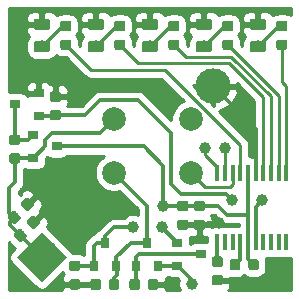
<source format=gbr>
G04 #@! TF.GenerationSoftware,KiCad,Pcbnew,(5.1.2)-1*
G04 #@! TF.CreationDate,2019-08-24T00:01:25+03:00*
G04 #@! TF.ProjectId,PomodoroTomatoTimer,506f6d6f-646f-4726-9f54-6f6d61746f54,rev?*
G04 #@! TF.SameCoordinates,Original*
G04 #@! TF.FileFunction,Copper,L1,Top*
G04 #@! TF.FilePolarity,Positive*
%FSLAX46Y46*%
G04 Gerber Fmt 4.6, Leading zero omitted, Abs format (unit mm)*
G04 Created by KiCad (PCBNEW (5.1.2)-1) date 2019-08-24 00:01:25*
%MOMM*%
%LPD*%
G04 APERTURE LIST*
%ADD10C,0.100000*%
%ADD11C,0.975000*%
%ADD12C,2.000000*%
%ADD13C,0.875000*%
%ADD14R,0.450000X1.450000*%
%ADD15C,3.000000*%
%ADD16R,0.900000X0.800000*%
%ADD17R,0.800000X0.900000*%
%ADD18C,1.000000*%
%ADD19C,0.800000*%
%ADD20C,0.300000*%
%ADD21C,0.250000*%
%ADD22C,0.254000*%
G04 APERTURE END LIST*
D10*
G36*
X144752142Y-77824174D02*
G01*
X144775803Y-77827684D01*
X144799007Y-77833496D01*
X144821529Y-77841554D01*
X144843153Y-77851782D01*
X144863670Y-77864079D01*
X144882883Y-77878329D01*
X144900607Y-77894393D01*
X144916671Y-77912117D01*
X144930921Y-77931330D01*
X144943218Y-77951847D01*
X144953446Y-77973471D01*
X144961504Y-77995993D01*
X144967316Y-78019197D01*
X144970826Y-78042858D01*
X144972000Y-78066750D01*
X144972000Y-78554250D01*
X144970826Y-78578142D01*
X144967316Y-78601803D01*
X144961504Y-78625007D01*
X144953446Y-78647529D01*
X144943218Y-78669153D01*
X144930921Y-78689670D01*
X144916671Y-78708883D01*
X144900607Y-78726607D01*
X144882883Y-78742671D01*
X144863670Y-78756921D01*
X144843153Y-78769218D01*
X144821529Y-78779446D01*
X144799007Y-78787504D01*
X144775803Y-78793316D01*
X144752142Y-78796826D01*
X144728250Y-78798000D01*
X143815750Y-78798000D01*
X143791858Y-78796826D01*
X143768197Y-78793316D01*
X143744993Y-78787504D01*
X143722471Y-78779446D01*
X143700847Y-78769218D01*
X143680330Y-78756921D01*
X143661117Y-78742671D01*
X143643393Y-78726607D01*
X143627329Y-78708883D01*
X143613079Y-78689670D01*
X143600782Y-78669153D01*
X143590554Y-78647529D01*
X143582496Y-78625007D01*
X143576684Y-78601803D01*
X143573174Y-78578142D01*
X143572000Y-78554250D01*
X143572000Y-78066750D01*
X143573174Y-78042858D01*
X143576684Y-78019197D01*
X143582496Y-77995993D01*
X143590554Y-77973471D01*
X143600782Y-77951847D01*
X143613079Y-77931330D01*
X143627329Y-77912117D01*
X143643393Y-77894393D01*
X143661117Y-77878329D01*
X143680330Y-77864079D01*
X143700847Y-77851782D01*
X143722471Y-77841554D01*
X143744993Y-77833496D01*
X143768197Y-77827684D01*
X143791858Y-77824174D01*
X143815750Y-77823000D01*
X144728250Y-77823000D01*
X144752142Y-77824174D01*
X144752142Y-77824174D01*
G37*
D11*
X144272000Y-78310500D03*
D10*
G36*
X144752142Y-79699174D02*
G01*
X144775803Y-79702684D01*
X144799007Y-79708496D01*
X144821529Y-79716554D01*
X144843153Y-79726782D01*
X144863670Y-79739079D01*
X144882883Y-79753329D01*
X144900607Y-79769393D01*
X144916671Y-79787117D01*
X144930921Y-79806330D01*
X144943218Y-79826847D01*
X144953446Y-79848471D01*
X144961504Y-79870993D01*
X144967316Y-79894197D01*
X144970826Y-79917858D01*
X144972000Y-79941750D01*
X144972000Y-80429250D01*
X144970826Y-80453142D01*
X144967316Y-80476803D01*
X144961504Y-80500007D01*
X144953446Y-80522529D01*
X144943218Y-80544153D01*
X144930921Y-80564670D01*
X144916671Y-80583883D01*
X144900607Y-80601607D01*
X144882883Y-80617671D01*
X144863670Y-80631921D01*
X144843153Y-80644218D01*
X144821529Y-80654446D01*
X144799007Y-80662504D01*
X144775803Y-80668316D01*
X144752142Y-80671826D01*
X144728250Y-80673000D01*
X143815750Y-80673000D01*
X143791858Y-80671826D01*
X143768197Y-80668316D01*
X143744993Y-80662504D01*
X143722471Y-80654446D01*
X143700847Y-80644218D01*
X143680330Y-80631921D01*
X143661117Y-80617671D01*
X143643393Y-80601607D01*
X143627329Y-80583883D01*
X143613079Y-80564670D01*
X143600782Y-80544153D01*
X143590554Y-80522529D01*
X143582496Y-80500007D01*
X143576684Y-80476803D01*
X143573174Y-80453142D01*
X143572000Y-80429250D01*
X143572000Y-79941750D01*
X143573174Y-79917858D01*
X143576684Y-79894197D01*
X143582496Y-79870993D01*
X143590554Y-79848471D01*
X143600782Y-79826847D01*
X143613079Y-79806330D01*
X143627329Y-79787117D01*
X143643393Y-79769393D01*
X143661117Y-79753329D01*
X143680330Y-79739079D01*
X143700847Y-79726782D01*
X143722471Y-79716554D01*
X143744993Y-79708496D01*
X143768197Y-79702684D01*
X143791858Y-79699174D01*
X143815750Y-79698000D01*
X144728250Y-79698000D01*
X144752142Y-79699174D01*
X144752142Y-79699174D01*
G37*
D11*
X144272000Y-80185500D03*
D12*
X136652000Y-90860000D03*
X136652000Y-86360000D03*
X143152000Y-90860000D03*
X143152000Y-86360000D03*
D10*
G36*
X148728691Y-98205053D02*
G01*
X148749926Y-98208203D01*
X148770750Y-98213419D01*
X148790962Y-98220651D01*
X148810368Y-98229830D01*
X148828781Y-98240866D01*
X148846024Y-98253654D01*
X148861930Y-98268070D01*
X148876346Y-98283976D01*
X148889134Y-98301219D01*
X148900170Y-98319632D01*
X148909349Y-98339038D01*
X148916581Y-98359250D01*
X148921797Y-98380074D01*
X148924947Y-98401309D01*
X148926000Y-98422750D01*
X148926000Y-98935250D01*
X148924947Y-98956691D01*
X148921797Y-98977926D01*
X148916581Y-98998750D01*
X148909349Y-99018962D01*
X148900170Y-99038368D01*
X148889134Y-99056781D01*
X148876346Y-99074024D01*
X148861930Y-99089930D01*
X148846024Y-99104346D01*
X148828781Y-99117134D01*
X148810368Y-99128170D01*
X148790962Y-99137349D01*
X148770750Y-99144581D01*
X148749926Y-99149797D01*
X148728691Y-99152947D01*
X148707250Y-99154000D01*
X148269750Y-99154000D01*
X148248309Y-99152947D01*
X148227074Y-99149797D01*
X148206250Y-99144581D01*
X148186038Y-99137349D01*
X148166632Y-99128170D01*
X148148219Y-99117134D01*
X148130976Y-99104346D01*
X148115070Y-99089930D01*
X148100654Y-99074024D01*
X148087866Y-99056781D01*
X148076830Y-99038368D01*
X148067651Y-99018962D01*
X148060419Y-98998750D01*
X148055203Y-98977926D01*
X148052053Y-98956691D01*
X148051000Y-98935250D01*
X148051000Y-98422750D01*
X148052053Y-98401309D01*
X148055203Y-98380074D01*
X148060419Y-98359250D01*
X148067651Y-98339038D01*
X148076830Y-98319632D01*
X148087866Y-98301219D01*
X148100654Y-98283976D01*
X148115070Y-98268070D01*
X148130976Y-98253654D01*
X148148219Y-98240866D01*
X148166632Y-98229830D01*
X148186038Y-98220651D01*
X148206250Y-98213419D01*
X148227074Y-98208203D01*
X148248309Y-98205053D01*
X148269750Y-98204000D01*
X148707250Y-98204000D01*
X148728691Y-98205053D01*
X148728691Y-98205053D01*
G37*
D13*
X148488500Y-98679000D03*
D10*
G36*
X147153691Y-98205053D02*
G01*
X147174926Y-98208203D01*
X147195750Y-98213419D01*
X147215962Y-98220651D01*
X147235368Y-98229830D01*
X147253781Y-98240866D01*
X147271024Y-98253654D01*
X147286930Y-98268070D01*
X147301346Y-98283976D01*
X147314134Y-98301219D01*
X147325170Y-98319632D01*
X147334349Y-98339038D01*
X147341581Y-98359250D01*
X147346797Y-98380074D01*
X147349947Y-98401309D01*
X147351000Y-98422750D01*
X147351000Y-98935250D01*
X147349947Y-98956691D01*
X147346797Y-98977926D01*
X147341581Y-98998750D01*
X147334349Y-99018962D01*
X147325170Y-99038368D01*
X147314134Y-99056781D01*
X147301346Y-99074024D01*
X147286930Y-99089930D01*
X147271024Y-99104346D01*
X147253781Y-99117134D01*
X147235368Y-99128170D01*
X147215962Y-99137349D01*
X147195750Y-99144581D01*
X147174926Y-99149797D01*
X147153691Y-99152947D01*
X147132250Y-99154000D01*
X146694750Y-99154000D01*
X146673309Y-99152947D01*
X146652074Y-99149797D01*
X146631250Y-99144581D01*
X146611038Y-99137349D01*
X146591632Y-99128170D01*
X146573219Y-99117134D01*
X146555976Y-99104346D01*
X146540070Y-99089930D01*
X146525654Y-99074024D01*
X146512866Y-99056781D01*
X146501830Y-99038368D01*
X146492651Y-99018962D01*
X146485419Y-98998750D01*
X146480203Y-98977926D01*
X146477053Y-98956691D01*
X146476000Y-98935250D01*
X146476000Y-98422750D01*
X146477053Y-98401309D01*
X146480203Y-98380074D01*
X146485419Y-98359250D01*
X146492651Y-98339038D01*
X146501830Y-98319632D01*
X146512866Y-98301219D01*
X146525654Y-98283976D01*
X146540070Y-98268070D01*
X146555976Y-98253654D01*
X146573219Y-98240866D01*
X146591632Y-98229830D01*
X146611038Y-98220651D01*
X146631250Y-98213419D01*
X146652074Y-98208203D01*
X146673309Y-98205053D01*
X146694750Y-98204000D01*
X147132250Y-98204000D01*
X147153691Y-98205053D01*
X147153691Y-98205053D01*
G37*
D13*
X146913500Y-98679000D03*
D10*
G36*
X145688691Y-99538053D02*
G01*
X145709926Y-99541203D01*
X145730750Y-99546419D01*
X145750962Y-99553651D01*
X145770368Y-99562830D01*
X145788781Y-99573866D01*
X145806024Y-99586654D01*
X145821930Y-99601070D01*
X145836346Y-99616976D01*
X145849134Y-99634219D01*
X145860170Y-99652632D01*
X145869349Y-99672038D01*
X145876581Y-99692250D01*
X145881797Y-99713074D01*
X145884947Y-99734309D01*
X145886000Y-99755750D01*
X145886000Y-100193250D01*
X145884947Y-100214691D01*
X145881797Y-100235926D01*
X145876581Y-100256750D01*
X145869349Y-100276962D01*
X145860170Y-100296368D01*
X145849134Y-100314781D01*
X145836346Y-100332024D01*
X145821930Y-100347930D01*
X145806024Y-100362346D01*
X145788781Y-100375134D01*
X145770368Y-100386170D01*
X145750962Y-100395349D01*
X145730750Y-100402581D01*
X145709926Y-100407797D01*
X145688691Y-100410947D01*
X145667250Y-100412000D01*
X145154750Y-100412000D01*
X145133309Y-100410947D01*
X145112074Y-100407797D01*
X145091250Y-100402581D01*
X145071038Y-100395349D01*
X145051632Y-100386170D01*
X145033219Y-100375134D01*
X145015976Y-100362346D01*
X145000070Y-100347930D01*
X144985654Y-100332024D01*
X144972866Y-100314781D01*
X144961830Y-100296368D01*
X144952651Y-100276962D01*
X144945419Y-100256750D01*
X144940203Y-100235926D01*
X144937053Y-100214691D01*
X144936000Y-100193250D01*
X144936000Y-99755750D01*
X144937053Y-99734309D01*
X144940203Y-99713074D01*
X144945419Y-99692250D01*
X144952651Y-99672038D01*
X144961830Y-99652632D01*
X144972866Y-99634219D01*
X144985654Y-99616976D01*
X145000070Y-99601070D01*
X145015976Y-99586654D01*
X145033219Y-99573866D01*
X145051632Y-99562830D01*
X145071038Y-99553651D01*
X145091250Y-99546419D01*
X145112074Y-99541203D01*
X145133309Y-99538053D01*
X145154750Y-99537000D01*
X145667250Y-99537000D01*
X145688691Y-99538053D01*
X145688691Y-99538053D01*
G37*
D13*
X145411000Y-99974500D03*
D10*
G36*
X145688691Y-97963053D02*
G01*
X145709926Y-97966203D01*
X145730750Y-97971419D01*
X145750962Y-97978651D01*
X145770368Y-97987830D01*
X145788781Y-97998866D01*
X145806024Y-98011654D01*
X145821930Y-98026070D01*
X145836346Y-98041976D01*
X145849134Y-98059219D01*
X145860170Y-98077632D01*
X145869349Y-98097038D01*
X145876581Y-98117250D01*
X145881797Y-98138074D01*
X145884947Y-98159309D01*
X145886000Y-98180750D01*
X145886000Y-98618250D01*
X145884947Y-98639691D01*
X145881797Y-98660926D01*
X145876581Y-98681750D01*
X145869349Y-98701962D01*
X145860170Y-98721368D01*
X145849134Y-98739781D01*
X145836346Y-98757024D01*
X145821930Y-98772930D01*
X145806024Y-98787346D01*
X145788781Y-98800134D01*
X145770368Y-98811170D01*
X145750962Y-98820349D01*
X145730750Y-98827581D01*
X145709926Y-98832797D01*
X145688691Y-98835947D01*
X145667250Y-98837000D01*
X145154750Y-98837000D01*
X145133309Y-98835947D01*
X145112074Y-98832797D01*
X145091250Y-98827581D01*
X145071038Y-98820349D01*
X145051632Y-98811170D01*
X145033219Y-98800134D01*
X145015976Y-98787346D01*
X145000070Y-98772930D01*
X144985654Y-98757024D01*
X144972866Y-98739781D01*
X144961830Y-98721368D01*
X144952651Y-98701962D01*
X144945419Y-98681750D01*
X144940203Y-98660926D01*
X144937053Y-98639691D01*
X144936000Y-98618250D01*
X144936000Y-98180750D01*
X144937053Y-98159309D01*
X144940203Y-98138074D01*
X144945419Y-98117250D01*
X144952651Y-98097038D01*
X144961830Y-98077632D01*
X144972866Y-98059219D01*
X144985654Y-98041976D01*
X145000070Y-98026070D01*
X145015976Y-98011654D01*
X145033219Y-97998866D01*
X145051632Y-97987830D01*
X145071038Y-97978651D01*
X145091250Y-97971419D01*
X145112074Y-97966203D01*
X145133309Y-97963053D01*
X145154750Y-97962000D01*
X145667250Y-97962000D01*
X145688691Y-97963053D01*
X145688691Y-97963053D01*
G37*
D13*
X145411000Y-98399500D03*
D14*
X145411000Y-96760000D03*
X146061000Y-96760000D03*
X146711000Y-96760000D03*
X147361000Y-96760000D03*
X148011000Y-96760000D03*
X148661000Y-96760000D03*
X149311000Y-96760000D03*
X149961000Y-96760000D03*
X150611000Y-96760000D03*
X151261000Y-96760000D03*
X151261000Y-90860000D03*
X150611000Y-90860000D03*
X149961000Y-90860000D03*
X149311000Y-90860000D03*
X148661000Y-90860000D03*
X148011000Y-90860000D03*
X147361000Y-90860000D03*
X146711000Y-90860000D03*
X146061000Y-90860000D03*
X145411000Y-90860000D03*
D10*
G36*
X131036142Y-77824174D02*
G01*
X131059803Y-77827684D01*
X131083007Y-77833496D01*
X131105529Y-77841554D01*
X131127153Y-77851782D01*
X131147670Y-77864079D01*
X131166883Y-77878329D01*
X131184607Y-77894393D01*
X131200671Y-77912117D01*
X131214921Y-77931330D01*
X131227218Y-77951847D01*
X131237446Y-77973471D01*
X131245504Y-77995993D01*
X131251316Y-78019197D01*
X131254826Y-78042858D01*
X131256000Y-78066750D01*
X131256000Y-78554250D01*
X131254826Y-78578142D01*
X131251316Y-78601803D01*
X131245504Y-78625007D01*
X131237446Y-78647529D01*
X131227218Y-78669153D01*
X131214921Y-78689670D01*
X131200671Y-78708883D01*
X131184607Y-78726607D01*
X131166883Y-78742671D01*
X131147670Y-78756921D01*
X131127153Y-78769218D01*
X131105529Y-78779446D01*
X131083007Y-78787504D01*
X131059803Y-78793316D01*
X131036142Y-78796826D01*
X131012250Y-78798000D01*
X130099750Y-78798000D01*
X130075858Y-78796826D01*
X130052197Y-78793316D01*
X130028993Y-78787504D01*
X130006471Y-78779446D01*
X129984847Y-78769218D01*
X129964330Y-78756921D01*
X129945117Y-78742671D01*
X129927393Y-78726607D01*
X129911329Y-78708883D01*
X129897079Y-78689670D01*
X129884782Y-78669153D01*
X129874554Y-78647529D01*
X129866496Y-78625007D01*
X129860684Y-78601803D01*
X129857174Y-78578142D01*
X129856000Y-78554250D01*
X129856000Y-78066750D01*
X129857174Y-78042858D01*
X129860684Y-78019197D01*
X129866496Y-77995993D01*
X129874554Y-77973471D01*
X129884782Y-77951847D01*
X129897079Y-77931330D01*
X129911329Y-77912117D01*
X129927393Y-77894393D01*
X129945117Y-77878329D01*
X129964330Y-77864079D01*
X129984847Y-77851782D01*
X130006471Y-77841554D01*
X130028993Y-77833496D01*
X130052197Y-77827684D01*
X130075858Y-77824174D01*
X130099750Y-77823000D01*
X131012250Y-77823000D01*
X131036142Y-77824174D01*
X131036142Y-77824174D01*
G37*
D11*
X130556000Y-78310500D03*
D10*
G36*
X131036142Y-79699174D02*
G01*
X131059803Y-79702684D01*
X131083007Y-79708496D01*
X131105529Y-79716554D01*
X131127153Y-79726782D01*
X131147670Y-79739079D01*
X131166883Y-79753329D01*
X131184607Y-79769393D01*
X131200671Y-79787117D01*
X131214921Y-79806330D01*
X131227218Y-79826847D01*
X131237446Y-79848471D01*
X131245504Y-79870993D01*
X131251316Y-79894197D01*
X131254826Y-79917858D01*
X131256000Y-79941750D01*
X131256000Y-80429250D01*
X131254826Y-80453142D01*
X131251316Y-80476803D01*
X131245504Y-80500007D01*
X131237446Y-80522529D01*
X131227218Y-80544153D01*
X131214921Y-80564670D01*
X131200671Y-80583883D01*
X131184607Y-80601607D01*
X131166883Y-80617671D01*
X131147670Y-80631921D01*
X131127153Y-80644218D01*
X131105529Y-80654446D01*
X131083007Y-80662504D01*
X131059803Y-80668316D01*
X131036142Y-80671826D01*
X131012250Y-80673000D01*
X130099750Y-80673000D01*
X130075858Y-80671826D01*
X130052197Y-80668316D01*
X130028993Y-80662504D01*
X130006471Y-80654446D01*
X129984847Y-80644218D01*
X129964330Y-80631921D01*
X129945117Y-80617671D01*
X129927393Y-80601607D01*
X129911329Y-80583883D01*
X129897079Y-80564670D01*
X129884782Y-80544153D01*
X129874554Y-80522529D01*
X129866496Y-80500007D01*
X129860684Y-80476803D01*
X129857174Y-80453142D01*
X129856000Y-80429250D01*
X129856000Y-79941750D01*
X129857174Y-79917858D01*
X129860684Y-79894197D01*
X129866496Y-79870993D01*
X129874554Y-79848471D01*
X129884782Y-79826847D01*
X129897079Y-79806330D01*
X129911329Y-79787117D01*
X129927393Y-79769393D01*
X129945117Y-79753329D01*
X129964330Y-79739079D01*
X129984847Y-79726782D01*
X130006471Y-79716554D01*
X130028993Y-79708496D01*
X130052197Y-79702684D01*
X130075858Y-79699174D01*
X130099750Y-79698000D01*
X131012250Y-79698000D01*
X131036142Y-79699174D01*
X131036142Y-79699174D01*
G37*
D11*
X130556000Y-80185500D03*
D10*
G36*
X135608142Y-79699174D02*
G01*
X135631803Y-79702684D01*
X135655007Y-79708496D01*
X135677529Y-79716554D01*
X135699153Y-79726782D01*
X135719670Y-79739079D01*
X135738883Y-79753329D01*
X135756607Y-79769393D01*
X135772671Y-79787117D01*
X135786921Y-79806330D01*
X135799218Y-79826847D01*
X135809446Y-79848471D01*
X135817504Y-79870993D01*
X135823316Y-79894197D01*
X135826826Y-79917858D01*
X135828000Y-79941750D01*
X135828000Y-80429250D01*
X135826826Y-80453142D01*
X135823316Y-80476803D01*
X135817504Y-80500007D01*
X135809446Y-80522529D01*
X135799218Y-80544153D01*
X135786921Y-80564670D01*
X135772671Y-80583883D01*
X135756607Y-80601607D01*
X135738883Y-80617671D01*
X135719670Y-80631921D01*
X135699153Y-80644218D01*
X135677529Y-80654446D01*
X135655007Y-80662504D01*
X135631803Y-80668316D01*
X135608142Y-80671826D01*
X135584250Y-80673000D01*
X134671750Y-80673000D01*
X134647858Y-80671826D01*
X134624197Y-80668316D01*
X134600993Y-80662504D01*
X134578471Y-80654446D01*
X134556847Y-80644218D01*
X134536330Y-80631921D01*
X134517117Y-80617671D01*
X134499393Y-80601607D01*
X134483329Y-80583883D01*
X134469079Y-80564670D01*
X134456782Y-80544153D01*
X134446554Y-80522529D01*
X134438496Y-80500007D01*
X134432684Y-80476803D01*
X134429174Y-80453142D01*
X134428000Y-80429250D01*
X134428000Y-79941750D01*
X134429174Y-79917858D01*
X134432684Y-79894197D01*
X134438496Y-79870993D01*
X134446554Y-79848471D01*
X134456782Y-79826847D01*
X134469079Y-79806330D01*
X134483329Y-79787117D01*
X134499393Y-79769393D01*
X134517117Y-79753329D01*
X134536330Y-79739079D01*
X134556847Y-79726782D01*
X134578471Y-79716554D01*
X134600993Y-79708496D01*
X134624197Y-79702684D01*
X134647858Y-79699174D01*
X134671750Y-79698000D01*
X135584250Y-79698000D01*
X135608142Y-79699174D01*
X135608142Y-79699174D01*
G37*
D11*
X135128000Y-80185500D03*
D10*
G36*
X135608142Y-77824174D02*
G01*
X135631803Y-77827684D01*
X135655007Y-77833496D01*
X135677529Y-77841554D01*
X135699153Y-77851782D01*
X135719670Y-77864079D01*
X135738883Y-77878329D01*
X135756607Y-77894393D01*
X135772671Y-77912117D01*
X135786921Y-77931330D01*
X135799218Y-77951847D01*
X135809446Y-77973471D01*
X135817504Y-77995993D01*
X135823316Y-78019197D01*
X135826826Y-78042858D01*
X135828000Y-78066750D01*
X135828000Y-78554250D01*
X135826826Y-78578142D01*
X135823316Y-78601803D01*
X135817504Y-78625007D01*
X135809446Y-78647529D01*
X135799218Y-78669153D01*
X135786921Y-78689670D01*
X135772671Y-78708883D01*
X135756607Y-78726607D01*
X135738883Y-78742671D01*
X135719670Y-78756921D01*
X135699153Y-78769218D01*
X135677529Y-78779446D01*
X135655007Y-78787504D01*
X135631803Y-78793316D01*
X135608142Y-78796826D01*
X135584250Y-78798000D01*
X134671750Y-78798000D01*
X134647858Y-78796826D01*
X134624197Y-78793316D01*
X134600993Y-78787504D01*
X134578471Y-78779446D01*
X134556847Y-78769218D01*
X134536330Y-78756921D01*
X134517117Y-78742671D01*
X134499393Y-78726607D01*
X134483329Y-78708883D01*
X134469079Y-78689670D01*
X134456782Y-78669153D01*
X134446554Y-78647529D01*
X134438496Y-78625007D01*
X134432684Y-78601803D01*
X134429174Y-78578142D01*
X134428000Y-78554250D01*
X134428000Y-78066750D01*
X134429174Y-78042858D01*
X134432684Y-78019197D01*
X134438496Y-77995993D01*
X134446554Y-77973471D01*
X134456782Y-77951847D01*
X134469079Y-77931330D01*
X134483329Y-77912117D01*
X134499393Y-77894393D01*
X134517117Y-77878329D01*
X134536330Y-77864079D01*
X134556847Y-77851782D01*
X134578471Y-77841554D01*
X134600993Y-77833496D01*
X134624197Y-77827684D01*
X134647858Y-77824174D01*
X134671750Y-77823000D01*
X135584250Y-77823000D01*
X135608142Y-77824174D01*
X135608142Y-77824174D01*
G37*
D11*
X135128000Y-78310500D03*
D10*
G36*
X140180142Y-79699174D02*
G01*
X140203803Y-79702684D01*
X140227007Y-79708496D01*
X140249529Y-79716554D01*
X140271153Y-79726782D01*
X140291670Y-79739079D01*
X140310883Y-79753329D01*
X140328607Y-79769393D01*
X140344671Y-79787117D01*
X140358921Y-79806330D01*
X140371218Y-79826847D01*
X140381446Y-79848471D01*
X140389504Y-79870993D01*
X140395316Y-79894197D01*
X140398826Y-79917858D01*
X140400000Y-79941750D01*
X140400000Y-80429250D01*
X140398826Y-80453142D01*
X140395316Y-80476803D01*
X140389504Y-80500007D01*
X140381446Y-80522529D01*
X140371218Y-80544153D01*
X140358921Y-80564670D01*
X140344671Y-80583883D01*
X140328607Y-80601607D01*
X140310883Y-80617671D01*
X140291670Y-80631921D01*
X140271153Y-80644218D01*
X140249529Y-80654446D01*
X140227007Y-80662504D01*
X140203803Y-80668316D01*
X140180142Y-80671826D01*
X140156250Y-80673000D01*
X139243750Y-80673000D01*
X139219858Y-80671826D01*
X139196197Y-80668316D01*
X139172993Y-80662504D01*
X139150471Y-80654446D01*
X139128847Y-80644218D01*
X139108330Y-80631921D01*
X139089117Y-80617671D01*
X139071393Y-80601607D01*
X139055329Y-80583883D01*
X139041079Y-80564670D01*
X139028782Y-80544153D01*
X139018554Y-80522529D01*
X139010496Y-80500007D01*
X139004684Y-80476803D01*
X139001174Y-80453142D01*
X139000000Y-80429250D01*
X139000000Y-79941750D01*
X139001174Y-79917858D01*
X139004684Y-79894197D01*
X139010496Y-79870993D01*
X139018554Y-79848471D01*
X139028782Y-79826847D01*
X139041079Y-79806330D01*
X139055329Y-79787117D01*
X139071393Y-79769393D01*
X139089117Y-79753329D01*
X139108330Y-79739079D01*
X139128847Y-79726782D01*
X139150471Y-79716554D01*
X139172993Y-79708496D01*
X139196197Y-79702684D01*
X139219858Y-79699174D01*
X139243750Y-79698000D01*
X140156250Y-79698000D01*
X140180142Y-79699174D01*
X140180142Y-79699174D01*
G37*
D11*
X139700000Y-80185500D03*
D10*
G36*
X140180142Y-77824174D02*
G01*
X140203803Y-77827684D01*
X140227007Y-77833496D01*
X140249529Y-77841554D01*
X140271153Y-77851782D01*
X140291670Y-77864079D01*
X140310883Y-77878329D01*
X140328607Y-77894393D01*
X140344671Y-77912117D01*
X140358921Y-77931330D01*
X140371218Y-77951847D01*
X140381446Y-77973471D01*
X140389504Y-77995993D01*
X140395316Y-78019197D01*
X140398826Y-78042858D01*
X140400000Y-78066750D01*
X140400000Y-78554250D01*
X140398826Y-78578142D01*
X140395316Y-78601803D01*
X140389504Y-78625007D01*
X140381446Y-78647529D01*
X140371218Y-78669153D01*
X140358921Y-78689670D01*
X140344671Y-78708883D01*
X140328607Y-78726607D01*
X140310883Y-78742671D01*
X140291670Y-78756921D01*
X140271153Y-78769218D01*
X140249529Y-78779446D01*
X140227007Y-78787504D01*
X140203803Y-78793316D01*
X140180142Y-78796826D01*
X140156250Y-78798000D01*
X139243750Y-78798000D01*
X139219858Y-78796826D01*
X139196197Y-78793316D01*
X139172993Y-78787504D01*
X139150471Y-78779446D01*
X139128847Y-78769218D01*
X139108330Y-78756921D01*
X139089117Y-78742671D01*
X139071393Y-78726607D01*
X139055329Y-78708883D01*
X139041079Y-78689670D01*
X139028782Y-78669153D01*
X139018554Y-78647529D01*
X139010496Y-78625007D01*
X139004684Y-78601803D01*
X139001174Y-78578142D01*
X139000000Y-78554250D01*
X139000000Y-78066750D01*
X139001174Y-78042858D01*
X139004684Y-78019197D01*
X139010496Y-77995993D01*
X139018554Y-77973471D01*
X139028782Y-77951847D01*
X139041079Y-77931330D01*
X139055329Y-77912117D01*
X139071393Y-77894393D01*
X139089117Y-77878329D01*
X139108330Y-77864079D01*
X139128847Y-77851782D01*
X139150471Y-77841554D01*
X139172993Y-77833496D01*
X139196197Y-77827684D01*
X139219858Y-77824174D01*
X139243750Y-77823000D01*
X140156250Y-77823000D01*
X140180142Y-77824174D01*
X140180142Y-77824174D01*
G37*
D11*
X139700000Y-78310500D03*
D10*
G36*
X149324142Y-79699174D02*
G01*
X149347803Y-79702684D01*
X149371007Y-79708496D01*
X149393529Y-79716554D01*
X149415153Y-79726782D01*
X149435670Y-79739079D01*
X149454883Y-79753329D01*
X149472607Y-79769393D01*
X149488671Y-79787117D01*
X149502921Y-79806330D01*
X149515218Y-79826847D01*
X149525446Y-79848471D01*
X149533504Y-79870993D01*
X149539316Y-79894197D01*
X149542826Y-79917858D01*
X149544000Y-79941750D01*
X149544000Y-80429250D01*
X149542826Y-80453142D01*
X149539316Y-80476803D01*
X149533504Y-80500007D01*
X149525446Y-80522529D01*
X149515218Y-80544153D01*
X149502921Y-80564670D01*
X149488671Y-80583883D01*
X149472607Y-80601607D01*
X149454883Y-80617671D01*
X149435670Y-80631921D01*
X149415153Y-80644218D01*
X149393529Y-80654446D01*
X149371007Y-80662504D01*
X149347803Y-80668316D01*
X149324142Y-80671826D01*
X149300250Y-80673000D01*
X148387750Y-80673000D01*
X148363858Y-80671826D01*
X148340197Y-80668316D01*
X148316993Y-80662504D01*
X148294471Y-80654446D01*
X148272847Y-80644218D01*
X148252330Y-80631921D01*
X148233117Y-80617671D01*
X148215393Y-80601607D01*
X148199329Y-80583883D01*
X148185079Y-80564670D01*
X148172782Y-80544153D01*
X148162554Y-80522529D01*
X148154496Y-80500007D01*
X148148684Y-80476803D01*
X148145174Y-80453142D01*
X148144000Y-80429250D01*
X148144000Y-79941750D01*
X148145174Y-79917858D01*
X148148684Y-79894197D01*
X148154496Y-79870993D01*
X148162554Y-79848471D01*
X148172782Y-79826847D01*
X148185079Y-79806330D01*
X148199329Y-79787117D01*
X148215393Y-79769393D01*
X148233117Y-79753329D01*
X148252330Y-79739079D01*
X148272847Y-79726782D01*
X148294471Y-79716554D01*
X148316993Y-79708496D01*
X148340197Y-79702684D01*
X148363858Y-79699174D01*
X148387750Y-79698000D01*
X149300250Y-79698000D01*
X149324142Y-79699174D01*
X149324142Y-79699174D01*
G37*
D11*
X148844000Y-80185500D03*
D10*
G36*
X149324142Y-77824174D02*
G01*
X149347803Y-77827684D01*
X149371007Y-77833496D01*
X149393529Y-77841554D01*
X149415153Y-77851782D01*
X149435670Y-77864079D01*
X149454883Y-77878329D01*
X149472607Y-77894393D01*
X149488671Y-77912117D01*
X149502921Y-77931330D01*
X149515218Y-77951847D01*
X149525446Y-77973471D01*
X149533504Y-77995993D01*
X149539316Y-78019197D01*
X149542826Y-78042858D01*
X149544000Y-78066750D01*
X149544000Y-78554250D01*
X149542826Y-78578142D01*
X149539316Y-78601803D01*
X149533504Y-78625007D01*
X149525446Y-78647529D01*
X149515218Y-78669153D01*
X149502921Y-78689670D01*
X149488671Y-78708883D01*
X149472607Y-78726607D01*
X149454883Y-78742671D01*
X149435670Y-78756921D01*
X149415153Y-78769218D01*
X149393529Y-78779446D01*
X149371007Y-78787504D01*
X149347803Y-78793316D01*
X149324142Y-78796826D01*
X149300250Y-78798000D01*
X148387750Y-78798000D01*
X148363858Y-78796826D01*
X148340197Y-78793316D01*
X148316993Y-78787504D01*
X148294471Y-78779446D01*
X148272847Y-78769218D01*
X148252330Y-78756921D01*
X148233117Y-78742671D01*
X148215393Y-78726607D01*
X148199329Y-78708883D01*
X148185079Y-78689670D01*
X148172782Y-78669153D01*
X148162554Y-78647529D01*
X148154496Y-78625007D01*
X148148684Y-78601803D01*
X148145174Y-78578142D01*
X148144000Y-78554250D01*
X148144000Y-78066750D01*
X148145174Y-78042858D01*
X148148684Y-78019197D01*
X148154496Y-77995993D01*
X148162554Y-77973471D01*
X148172782Y-77951847D01*
X148185079Y-77931330D01*
X148199329Y-77912117D01*
X148215393Y-77894393D01*
X148233117Y-77878329D01*
X148252330Y-77864079D01*
X148272847Y-77851782D01*
X148294471Y-77841554D01*
X148316993Y-77833496D01*
X148340197Y-77827684D01*
X148363858Y-77824174D01*
X148387750Y-77823000D01*
X149300250Y-77823000D01*
X149324142Y-77824174D01*
X149324142Y-77824174D01*
G37*
D11*
X148844000Y-78310500D03*
D10*
G36*
X132865691Y-78024053D02*
G01*
X132886926Y-78027203D01*
X132907750Y-78032419D01*
X132927962Y-78039651D01*
X132947368Y-78048830D01*
X132965781Y-78059866D01*
X132983024Y-78072654D01*
X132998930Y-78087070D01*
X133013346Y-78102976D01*
X133026134Y-78120219D01*
X133037170Y-78138632D01*
X133046349Y-78158038D01*
X133053581Y-78178250D01*
X133058797Y-78199074D01*
X133061947Y-78220309D01*
X133063000Y-78241750D01*
X133063000Y-78679250D01*
X133061947Y-78700691D01*
X133058797Y-78721926D01*
X133053581Y-78742750D01*
X133046349Y-78762962D01*
X133037170Y-78782368D01*
X133026134Y-78800781D01*
X133013346Y-78818024D01*
X132998930Y-78833930D01*
X132983024Y-78848346D01*
X132965781Y-78861134D01*
X132947368Y-78872170D01*
X132927962Y-78881349D01*
X132907750Y-78888581D01*
X132886926Y-78893797D01*
X132865691Y-78896947D01*
X132844250Y-78898000D01*
X132331750Y-78898000D01*
X132310309Y-78896947D01*
X132289074Y-78893797D01*
X132268250Y-78888581D01*
X132248038Y-78881349D01*
X132228632Y-78872170D01*
X132210219Y-78861134D01*
X132192976Y-78848346D01*
X132177070Y-78833930D01*
X132162654Y-78818024D01*
X132149866Y-78800781D01*
X132138830Y-78782368D01*
X132129651Y-78762962D01*
X132122419Y-78742750D01*
X132117203Y-78721926D01*
X132114053Y-78700691D01*
X132113000Y-78679250D01*
X132113000Y-78241750D01*
X132114053Y-78220309D01*
X132117203Y-78199074D01*
X132122419Y-78178250D01*
X132129651Y-78158038D01*
X132138830Y-78138632D01*
X132149866Y-78120219D01*
X132162654Y-78102976D01*
X132177070Y-78087070D01*
X132192976Y-78072654D01*
X132210219Y-78059866D01*
X132228632Y-78048830D01*
X132248038Y-78039651D01*
X132268250Y-78032419D01*
X132289074Y-78027203D01*
X132310309Y-78024053D01*
X132331750Y-78023000D01*
X132844250Y-78023000D01*
X132865691Y-78024053D01*
X132865691Y-78024053D01*
G37*
D13*
X132588000Y-78460500D03*
D10*
G36*
X132865691Y-79599053D02*
G01*
X132886926Y-79602203D01*
X132907750Y-79607419D01*
X132927962Y-79614651D01*
X132947368Y-79623830D01*
X132965781Y-79634866D01*
X132983024Y-79647654D01*
X132998930Y-79662070D01*
X133013346Y-79677976D01*
X133026134Y-79695219D01*
X133037170Y-79713632D01*
X133046349Y-79733038D01*
X133053581Y-79753250D01*
X133058797Y-79774074D01*
X133061947Y-79795309D01*
X133063000Y-79816750D01*
X133063000Y-80254250D01*
X133061947Y-80275691D01*
X133058797Y-80296926D01*
X133053581Y-80317750D01*
X133046349Y-80337962D01*
X133037170Y-80357368D01*
X133026134Y-80375781D01*
X133013346Y-80393024D01*
X132998930Y-80408930D01*
X132983024Y-80423346D01*
X132965781Y-80436134D01*
X132947368Y-80447170D01*
X132927962Y-80456349D01*
X132907750Y-80463581D01*
X132886926Y-80468797D01*
X132865691Y-80471947D01*
X132844250Y-80473000D01*
X132331750Y-80473000D01*
X132310309Y-80471947D01*
X132289074Y-80468797D01*
X132268250Y-80463581D01*
X132248038Y-80456349D01*
X132228632Y-80447170D01*
X132210219Y-80436134D01*
X132192976Y-80423346D01*
X132177070Y-80408930D01*
X132162654Y-80393024D01*
X132149866Y-80375781D01*
X132138830Y-80357368D01*
X132129651Y-80337962D01*
X132122419Y-80317750D01*
X132117203Y-80296926D01*
X132114053Y-80275691D01*
X132113000Y-80254250D01*
X132113000Y-79816750D01*
X132114053Y-79795309D01*
X132117203Y-79774074D01*
X132122419Y-79753250D01*
X132129651Y-79733038D01*
X132138830Y-79713632D01*
X132149866Y-79695219D01*
X132162654Y-79677976D01*
X132177070Y-79662070D01*
X132192976Y-79647654D01*
X132210219Y-79634866D01*
X132228632Y-79623830D01*
X132248038Y-79614651D01*
X132268250Y-79607419D01*
X132289074Y-79602203D01*
X132310309Y-79599053D01*
X132331750Y-79598000D01*
X132844250Y-79598000D01*
X132865691Y-79599053D01*
X132865691Y-79599053D01*
G37*
D13*
X132588000Y-80035500D03*
D10*
G36*
X137437691Y-79599053D02*
G01*
X137458926Y-79602203D01*
X137479750Y-79607419D01*
X137499962Y-79614651D01*
X137519368Y-79623830D01*
X137537781Y-79634866D01*
X137555024Y-79647654D01*
X137570930Y-79662070D01*
X137585346Y-79677976D01*
X137598134Y-79695219D01*
X137609170Y-79713632D01*
X137618349Y-79733038D01*
X137625581Y-79753250D01*
X137630797Y-79774074D01*
X137633947Y-79795309D01*
X137635000Y-79816750D01*
X137635000Y-80254250D01*
X137633947Y-80275691D01*
X137630797Y-80296926D01*
X137625581Y-80317750D01*
X137618349Y-80337962D01*
X137609170Y-80357368D01*
X137598134Y-80375781D01*
X137585346Y-80393024D01*
X137570930Y-80408930D01*
X137555024Y-80423346D01*
X137537781Y-80436134D01*
X137519368Y-80447170D01*
X137499962Y-80456349D01*
X137479750Y-80463581D01*
X137458926Y-80468797D01*
X137437691Y-80471947D01*
X137416250Y-80473000D01*
X136903750Y-80473000D01*
X136882309Y-80471947D01*
X136861074Y-80468797D01*
X136840250Y-80463581D01*
X136820038Y-80456349D01*
X136800632Y-80447170D01*
X136782219Y-80436134D01*
X136764976Y-80423346D01*
X136749070Y-80408930D01*
X136734654Y-80393024D01*
X136721866Y-80375781D01*
X136710830Y-80357368D01*
X136701651Y-80337962D01*
X136694419Y-80317750D01*
X136689203Y-80296926D01*
X136686053Y-80275691D01*
X136685000Y-80254250D01*
X136685000Y-79816750D01*
X136686053Y-79795309D01*
X136689203Y-79774074D01*
X136694419Y-79753250D01*
X136701651Y-79733038D01*
X136710830Y-79713632D01*
X136721866Y-79695219D01*
X136734654Y-79677976D01*
X136749070Y-79662070D01*
X136764976Y-79647654D01*
X136782219Y-79634866D01*
X136800632Y-79623830D01*
X136820038Y-79614651D01*
X136840250Y-79607419D01*
X136861074Y-79602203D01*
X136882309Y-79599053D01*
X136903750Y-79598000D01*
X137416250Y-79598000D01*
X137437691Y-79599053D01*
X137437691Y-79599053D01*
G37*
D13*
X137160000Y-80035500D03*
D10*
G36*
X137437691Y-78024053D02*
G01*
X137458926Y-78027203D01*
X137479750Y-78032419D01*
X137499962Y-78039651D01*
X137519368Y-78048830D01*
X137537781Y-78059866D01*
X137555024Y-78072654D01*
X137570930Y-78087070D01*
X137585346Y-78102976D01*
X137598134Y-78120219D01*
X137609170Y-78138632D01*
X137618349Y-78158038D01*
X137625581Y-78178250D01*
X137630797Y-78199074D01*
X137633947Y-78220309D01*
X137635000Y-78241750D01*
X137635000Y-78679250D01*
X137633947Y-78700691D01*
X137630797Y-78721926D01*
X137625581Y-78742750D01*
X137618349Y-78762962D01*
X137609170Y-78782368D01*
X137598134Y-78800781D01*
X137585346Y-78818024D01*
X137570930Y-78833930D01*
X137555024Y-78848346D01*
X137537781Y-78861134D01*
X137519368Y-78872170D01*
X137499962Y-78881349D01*
X137479750Y-78888581D01*
X137458926Y-78893797D01*
X137437691Y-78896947D01*
X137416250Y-78898000D01*
X136903750Y-78898000D01*
X136882309Y-78896947D01*
X136861074Y-78893797D01*
X136840250Y-78888581D01*
X136820038Y-78881349D01*
X136800632Y-78872170D01*
X136782219Y-78861134D01*
X136764976Y-78848346D01*
X136749070Y-78833930D01*
X136734654Y-78818024D01*
X136721866Y-78800781D01*
X136710830Y-78782368D01*
X136701651Y-78762962D01*
X136694419Y-78742750D01*
X136689203Y-78721926D01*
X136686053Y-78700691D01*
X136685000Y-78679250D01*
X136685000Y-78241750D01*
X136686053Y-78220309D01*
X136689203Y-78199074D01*
X136694419Y-78178250D01*
X136701651Y-78158038D01*
X136710830Y-78138632D01*
X136721866Y-78120219D01*
X136734654Y-78102976D01*
X136749070Y-78087070D01*
X136764976Y-78072654D01*
X136782219Y-78059866D01*
X136800632Y-78048830D01*
X136820038Y-78039651D01*
X136840250Y-78032419D01*
X136861074Y-78027203D01*
X136882309Y-78024053D01*
X136903750Y-78023000D01*
X137416250Y-78023000D01*
X137437691Y-78024053D01*
X137437691Y-78024053D01*
G37*
D13*
X137160000Y-78460500D03*
D10*
G36*
X142009691Y-79599053D02*
G01*
X142030926Y-79602203D01*
X142051750Y-79607419D01*
X142071962Y-79614651D01*
X142091368Y-79623830D01*
X142109781Y-79634866D01*
X142127024Y-79647654D01*
X142142930Y-79662070D01*
X142157346Y-79677976D01*
X142170134Y-79695219D01*
X142181170Y-79713632D01*
X142190349Y-79733038D01*
X142197581Y-79753250D01*
X142202797Y-79774074D01*
X142205947Y-79795309D01*
X142207000Y-79816750D01*
X142207000Y-80254250D01*
X142205947Y-80275691D01*
X142202797Y-80296926D01*
X142197581Y-80317750D01*
X142190349Y-80337962D01*
X142181170Y-80357368D01*
X142170134Y-80375781D01*
X142157346Y-80393024D01*
X142142930Y-80408930D01*
X142127024Y-80423346D01*
X142109781Y-80436134D01*
X142091368Y-80447170D01*
X142071962Y-80456349D01*
X142051750Y-80463581D01*
X142030926Y-80468797D01*
X142009691Y-80471947D01*
X141988250Y-80473000D01*
X141475750Y-80473000D01*
X141454309Y-80471947D01*
X141433074Y-80468797D01*
X141412250Y-80463581D01*
X141392038Y-80456349D01*
X141372632Y-80447170D01*
X141354219Y-80436134D01*
X141336976Y-80423346D01*
X141321070Y-80408930D01*
X141306654Y-80393024D01*
X141293866Y-80375781D01*
X141282830Y-80357368D01*
X141273651Y-80337962D01*
X141266419Y-80317750D01*
X141261203Y-80296926D01*
X141258053Y-80275691D01*
X141257000Y-80254250D01*
X141257000Y-79816750D01*
X141258053Y-79795309D01*
X141261203Y-79774074D01*
X141266419Y-79753250D01*
X141273651Y-79733038D01*
X141282830Y-79713632D01*
X141293866Y-79695219D01*
X141306654Y-79677976D01*
X141321070Y-79662070D01*
X141336976Y-79647654D01*
X141354219Y-79634866D01*
X141372632Y-79623830D01*
X141392038Y-79614651D01*
X141412250Y-79607419D01*
X141433074Y-79602203D01*
X141454309Y-79599053D01*
X141475750Y-79598000D01*
X141988250Y-79598000D01*
X142009691Y-79599053D01*
X142009691Y-79599053D01*
G37*
D13*
X141732000Y-80035500D03*
D10*
G36*
X142009691Y-78024053D02*
G01*
X142030926Y-78027203D01*
X142051750Y-78032419D01*
X142071962Y-78039651D01*
X142091368Y-78048830D01*
X142109781Y-78059866D01*
X142127024Y-78072654D01*
X142142930Y-78087070D01*
X142157346Y-78102976D01*
X142170134Y-78120219D01*
X142181170Y-78138632D01*
X142190349Y-78158038D01*
X142197581Y-78178250D01*
X142202797Y-78199074D01*
X142205947Y-78220309D01*
X142207000Y-78241750D01*
X142207000Y-78679250D01*
X142205947Y-78700691D01*
X142202797Y-78721926D01*
X142197581Y-78742750D01*
X142190349Y-78762962D01*
X142181170Y-78782368D01*
X142170134Y-78800781D01*
X142157346Y-78818024D01*
X142142930Y-78833930D01*
X142127024Y-78848346D01*
X142109781Y-78861134D01*
X142091368Y-78872170D01*
X142071962Y-78881349D01*
X142051750Y-78888581D01*
X142030926Y-78893797D01*
X142009691Y-78896947D01*
X141988250Y-78898000D01*
X141475750Y-78898000D01*
X141454309Y-78896947D01*
X141433074Y-78893797D01*
X141412250Y-78888581D01*
X141392038Y-78881349D01*
X141372632Y-78872170D01*
X141354219Y-78861134D01*
X141336976Y-78848346D01*
X141321070Y-78833930D01*
X141306654Y-78818024D01*
X141293866Y-78800781D01*
X141282830Y-78782368D01*
X141273651Y-78762962D01*
X141266419Y-78742750D01*
X141261203Y-78721926D01*
X141258053Y-78700691D01*
X141257000Y-78679250D01*
X141257000Y-78241750D01*
X141258053Y-78220309D01*
X141261203Y-78199074D01*
X141266419Y-78178250D01*
X141273651Y-78158038D01*
X141282830Y-78138632D01*
X141293866Y-78120219D01*
X141306654Y-78102976D01*
X141321070Y-78087070D01*
X141336976Y-78072654D01*
X141354219Y-78059866D01*
X141372632Y-78048830D01*
X141392038Y-78039651D01*
X141412250Y-78032419D01*
X141433074Y-78027203D01*
X141454309Y-78024053D01*
X141475750Y-78023000D01*
X141988250Y-78023000D01*
X142009691Y-78024053D01*
X142009691Y-78024053D01*
G37*
D13*
X141732000Y-78460500D03*
D10*
G36*
X146581691Y-78024053D02*
G01*
X146602926Y-78027203D01*
X146623750Y-78032419D01*
X146643962Y-78039651D01*
X146663368Y-78048830D01*
X146681781Y-78059866D01*
X146699024Y-78072654D01*
X146714930Y-78087070D01*
X146729346Y-78102976D01*
X146742134Y-78120219D01*
X146753170Y-78138632D01*
X146762349Y-78158038D01*
X146769581Y-78178250D01*
X146774797Y-78199074D01*
X146777947Y-78220309D01*
X146779000Y-78241750D01*
X146779000Y-78679250D01*
X146777947Y-78700691D01*
X146774797Y-78721926D01*
X146769581Y-78742750D01*
X146762349Y-78762962D01*
X146753170Y-78782368D01*
X146742134Y-78800781D01*
X146729346Y-78818024D01*
X146714930Y-78833930D01*
X146699024Y-78848346D01*
X146681781Y-78861134D01*
X146663368Y-78872170D01*
X146643962Y-78881349D01*
X146623750Y-78888581D01*
X146602926Y-78893797D01*
X146581691Y-78896947D01*
X146560250Y-78898000D01*
X146047750Y-78898000D01*
X146026309Y-78896947D01*
X146005074Y-78893797D01*
X145984250Y-78888581D01*
X145964038Y-78881349D01*
X145944632Y-78872170D01*
X145926219Y-78861134D01*
X145908976Y-78848346D01*
X145893070Y-78833930D01*
X145878654Y-78818024D01*
X145865866Y-78800781D01*
X145854830Y-78782368D01*
X145845651Y-78762962D01*
X145838419Y-78742750D01*
X145833203Y-78721926D01*
X145830053Y-78700691D01*
X145829000Y-78679250D01*
X145829000Y-78241750D01*
X145830053Y-78220309D01*
X145833203Y-78199074D01*
X145838419Y-78178250D01*
X145845651Y-78158038D01*
X145854830Y-78138632D01*
X145865866Y-78120219D01*
X145878654Y-78102976D01*
X145893070Y-78087070D01*
X145908976Y-78072654D01*
X145926219Y-78059866D01*
X145944632Y-78048830D01*
X145964038Y-78039651D01*
X145984250Y-78032419D01*
X146005074Y-78027203D01*
X146026309Y-78024053D01*
X146047750Y-78023000D01*
X146560250Y-78023000D01*
X146581691Y-78024053D01*
X146581691Y-78024053D01*
G37*
D13*
X146304000Y-78460500D03*
D10*
G36*
X146581691Y-79599053D02*
G01*
X146602926Y-79602203D01*
X146623750Y-79607419D01*
X146643962Y-79614651D01*
X146663368Y-79623830D01*
X146681781Y-79634866D01*
X146699024Y-79647654D01*
X146714930Y-79662070D01*
X146729346Y-79677976D01*
X146742134Y-79695219D01*
X146753170Y-79713632D01*
X146762349Y-79733038D01*
X146769581Y-79753250D01*
X146774797Y-79774074D01*
X146777947Y-79795309D01*
X146779000Y-79816750D01*
X146779000Y-80254250D01*
X146777947Y-80275691D01*
X146774797Y-80296926D01*
X146769581Y-80317750D01*
X146762349Y-80337962D01*
X146753170Y-80357368D01*
X146742134Y-80375781D01*
X146729346Y-80393024D01*
X146714930Y-80408930D01*
X146699024Y-80423346D01*
X146681781Y-80436134D01*
X146663368Y-80447170D01*
X146643962Y-80456349D01*
X146623750Y-80463581D01*
X146602926Y-80468797D01*
X146581691Y-80471947D01*
X146560250Y-80473000D01*
X146047750Y-80473000D01*
X146026309Y-80471947D01*
X146005074Y-80468797D01*
X145984250Y-80463581D01*
X145964038Y-80456349D01*
X145944632Y-80447170D01*
X145926219Y-80436134D01*
X145908976Y-80423346D01*
X145893070Y-80408930D01*
X145878654Y-80393024D01*
X145865866Y-80375781D01*
X145854830Y-80357368D01*
X145845651Y-80337962D01*
X145838419Y-80317750D01*
X145833203Y-80296926D01*
X145830053Y-80275691D01*
X145829000Y-80254250D01*
X145829000Y-79816750D01*
X145830053Y-79795309D01*
X145833203Y-79774074D01*
X145838419Y-79753250D01*
X145845651Y-79733038D01*
X145854830Y-79713632D01*
X145865866Y-79695219D01*
X145878654Y-79677976D01*
X145893070Y-79662070D01*
X145908976Y-79647654D01*
X145926219Y-79634866D01*
X145944632Y-79623830D01*
X145964038Y-79614651D01*
X145984250Y-79607419D01*
X146005074Y-79602203D01*
X146026309Y-79599053D01*
X146047750Y-79598000D01*
X146560250Y-79598000D01*
X146581691Y-79599053D01*
X146581691Y-79599053D01*
G37*
D13*
X146304000Y-80035500D03*
D10*
G36*
X151153691Y-78024053D02*
G01*
X151174926Y-78027203D01*
X151195750Y-78032419D01*
X151215962Y-78039651D01*
X151235368Y-78048830D01*
X151253781Y-78059866D01*
X151271024Y-78072654D01*
X151286930Y-78087070D01*
X151301346Y-78102976D01*
X151314134Y-78120219D01*
X151325170Y-78138632D01*
X151334349Y-78158038D01*
X151341581Y-78178250D01*
X151346797Y-78199074D01*
X151349947Y-78220309D01*
X151351000Y-78241750D01*
X151351000Y-78679250D01*
X151349947Y-78700691D01*
X151346797Y-78721926D01*
X151341581Y-78742750D01*
X151334349Y-78762962D01*
X151325170Y-78782368D01*
X151314134Y-78800781D01*
X151301346Y-78818024D01*
X151286930Y-78833930D01*
X151271024Y-78848346D01*
X151253781Y-78861134D01*
X151235368Y-78872170D01*
X151215962Y-78881349D01*
X151195750Y-78888581D01*
X151174926Y-78893797D01*
X151153691Y-78896947D01*
X151132250Y-78898000D01*
X150619750Y-78898000D01*
X150598309Y-78896947D01*
X150577074Y-78893797D01*
X150556250Y-78888581D01*
X150536038Y-78881349D01*
X150516632Y-78872170D01*
X150498219Y-78861134D01*
X150480976Y-78848346D01*
X150465070Y-78833930D01*
X150450654Y-78818024D01*
X150437866Y-78800781D01*
X150426830Y-78782368D01*
X150417651Y-78762962D01*
X150410419Y-78742750D01*
X150405203Y-78721926D01*
X150402053Y-78700691D01*
X150401000Y-78679250D01*
X150401000Y-78241750D01*
X150402053Y-78220309D01*
X150405203Y-78199074D01*
X150410419Y-78178250D01*
X150417651Y-78158038D01*
X150426830Y-78138632D01*
X150437866Y-78120219D01*
X150450654Y-78102976D01*
X150465070Y-78087070D01*
X150480976Y-78072654D01*
X150498219Y-78059866D01*
X150516632Y-78048830D01*
X150536038Y-78039651D01*
X150556250Y-78032419D01*
X150577074Y-78027203D01*
X150598309Y-78024053D01*
X150619750Y-78023000D01*
X151132250Y-78023000D01*
X151153691Y-78024053D01*
X151153691Y-78024053D01*
G37*
D13*
X150876000Y-78460500D03*
D10*
G36*
X151153691Y-79599053D02*
G01*
X151174926Y-79602203D01*
X151195750Y-79607419D01*
X151215962Y-79614651D01*
X151235368Y-79623830D01*
X151253781Y-79634866D01*
X151271024Y-79647654D01*
X151286930Y-79662070D01*
X151301346Y-79677976D01*
X151314134Y-79695219D01*
X151325170Y-79713632D01*
X151334349Y-79733038D01*
X151341581Y-79753250D01*
X151346797Y-79774074D01*
X151349947Y-79795309D01*
X151351000Y-79816750D01*
X151351000Y-80254250D01*
X151349947Y-80275691D01*
X151346797Y-80296926D01*
X151341581Y-80317750D01*
X151334349Y-80337962D01*
X151325170Y-80357368D01*
X151314134Y-80375781D01*
X151301346Y-80393024D01*
X151286930Y-80408930D01*
X151271024Y-80423346D01*
X151253781Y-80436134D01*
X151235368Y-80447170D01*
X151215962Y-80456349D01*
X151195750Y-80463581D01*
X151174926Y-80468797D01*
X151153691Y-80471947D01*
X151132250Y-80473000D01*
X150619750Y-80473000D01*
X150598309Y-80471947D01*
X150577074Y-80468797D01*
X150556250Y-80463581D01*
X150536038Y-80456349D01*
X150516632Y-80447170D01*
X150498219Y-80436134D01*
X150480976Y-80423346D01*
X150465070Y-80408930D01*
X150450654Y-80393024D01*
X150437866Y-80375781D01*
X150426830Y-80357368D01*
X150417651Y-80337962D01*
X150410419Y-80317750D01*
X150405203Y-80296926D01*
X150402053Y-80275691D01*
X150401000Y-80254250D01*
X150401000Y-79816750D01*
X150402053Y-79795309D01*
X150405203Y-79774074D01*
X150410419Y-79753250D01*
X150417651Y-79733038D01*
X150426830Y-79713632D01*
X150437866Y-79695219D01*
X150450654Y-79677976D01*
X150465070Y-79662070D01*
X150480976Y-79647654D01*
X150498219Y-79634866D01*
X150516632Y-79623830D01*
X150536038Y-79614651D01*
X150556250Y-79607419D01*
X150577074Y-79602203D01*
X150598309Y-79599053D01*
X150619750Y-79598000D01*
X151132250Y-79598000D01*
X151153691Y-79599053D01*
X151153691Y-79599053D01*
G37*
D13*
X150876000Y-80035500D03*
D10*
G36*
X142771691Y-93264053D02*
G01*
X142792926Y-93267203D01*
X142813750Y-93272419D01*
X142833962Y-93279651D01*
X142853368Y-93288830D01*
X142871781Y-93299866D01*
X142889024Y-93312654D01*
X142904930Y-93327070D01*
X142919346Y-93342976D01*
X142932134Y-93360219D01*
X142943170Y-93378632D01*
X142952349Y-93398038D01*
X142959581Y-93418250D01*
X142964797Y-93439074D01*
X142967947Y-93460309D01*
X142969000Y-93481750D01*
X142969000Y-93919250D01*
X142967947Y-93940691D01*
X142964797Y-93961926D01*
X142959581Y-93982750D01*
X142952349Y-94002962D01*
X142943170Y-94022368D01*
X142932134Y-94040781D01*
X142919346Y-94058024D01*
X142904930Y-94073930D01*
X142889024Y-94088346D01*
X142871781Y-94101134D01*
X142853368Y-94112170D01*
X142833962Y-94121349D01*
X142813750Y-94128581D01*
X142792926Y-94133797D01*
X142771691Y-94136947D01*
X142750250Y-94138000D01*
X142237750Y-94138000D01*
X142216309Y-94136947D01*
X142195074Y-94133797D01*
X142174250Y-94128581D01*
X142154038Y-94121349D01*
X142134632Y-94112170D01*
X142116219Y-94101134D01*
X142098976Y-94088346D01*
X142083070Y-94073930D01*
X142068654Y-94058024D01*
X142055866Y-94040781D01*
X142044830Y-94022368D01*
X142035651Y-94002962D01*
X142028419Y-93982750D01*
X142023203Y-93961926D01*
X142020053Y-93940691D01*
X142019000Y-93919250D01*
X142019000Y-93481750D01*
X142020053Y-93460309D01*
X142023203Y-93439074D01*
X142028419Y-93418250D01*
X142035651Y-93398038D01*
X142044830Y-93378632D01*
X142055866Y-93360219D01*
X142068654Y-93342976D01*
X142083070Y-93327070D01*
X142098976Y-93312654D01*
X142116219Y-93299866D01*
X142134632Y-93288830D01*
X142154038Y-93279651D01*
X142174250Y-93272419D01*
X142195074Y-93267203D01*
X142216309Y-93264053D01*
X142237750Y-93263000D01*
X142750250Y-93263000D01*
X142771691Y-93264053D01*
X142771691Y-93264053D01*
G37*
D13*
X142494000Y-93700500D03*
D10*
G36*
X142771691Y-94839053D02*
G01*
X142792926Y-94842203D01*
X142813750Y-94847419D01*
X142833962Y-94854651D01*
X142853368Y-94863830D01*
X142871781Y-94874866D01*
X142889024Y-94887654D01*
X142904930Y-94902070D01*
X142919346Y-94917976D01*
X142932134Y-94935219D01*
X142943170Y-94953632D01*
X142952349Y-94973038D01*
X142959581Y-94993250D01*
X142964797Y-95014074D01*
X142967947Y-95035309D01*
X142969000Y-95056750D01*
X142969000Y-95494250D01*
X142967947Y-95515691D01*
X142964797Y-95536926D01*
X142959581Y-95557750D01*
X142952349Y-95577962D01*
X142943170Y-95597368D01*
X142932134Y-95615781D01*
X142919346Y-95633024D01*
X142904930Y-95648930D01*
X142889024Y-95663346D01*
X142871781Y-95676134D01*
X142853368Y-95687170D01*
X142833962Y-95696349D01*
X142813750Y-95703581D01*
X142792926Y-95708797D01*
X142771691Y-95711947D01*
X142750250Y-95713000D01*
X142237750Y-95713000D01*
X142216309Y-95711947D01*
X142195074Y-95708797D01*
X142174250Y-95703581D01*
X142154038Y-95696349D01*
X142134632Y-95687170D01*
X142116219Y-95676134D01*
X142098976Y-95663346D01*
X142083070Y-95648930D01*
X142068654Y-95633024D01*
X142055866Y-95615781D01*
X142044830Y-95597368D01*
X142035651Y-95577962D01*
X142028419Y-95557750D01*
X142023203Y-95536926D01*
X142020053Y-95515691D01*
X142019000Y-95494250D01*
X142019000Y-95056750D01*
X142020053Y-95035309D01*
X142023203Y-95014074D01*
X142028419Y-94993250D01*
X142035651Y-94973038D01*
X142044830Y-94953632D01*
X142055866Y-94935219D01*
X142068654Y-94917976D01*
X142083070Y-94902070D01*
X142098976Y-94887654D01*
X142116219Y-94874866D01*
X142134632Y-94863830D01*
X142154038Y-94854651D01*
X142174250Y-94847419D01*
X142195074Y-94842203D01*
X142216309Y-94839053D01*
X142237750Y-94838000D01*
X142750250Y-94838000D01*
X142771691Y-94839053D01*
X142771691Y-94839053D01*
G37*
D13*
X142494000Y-95275500D03*
D10*
G36*
X144168691Y-94839053D02*
G01*
X144189926Y-94842203D01*
X144210750Y-94847419D01*
X144230962Y-94854651D01*
X144250368Y-94863830D01*
X144268781Y-94874866D01*
X144286024Y-94887654D01*
X144301930Y-94902070D01*
X144316346Y-94917976D01*
X144329134Y-94935219D01*
X144340170Y-94953632D01*
X144349349Y-94973038D01*
X144356581Y-94993250D01*
X144361797Y-95014074D01*
X144364947Y-95035309D01*
X144366000Y-95056750D01*
X144366000Y-95494250D01*
X144364947Y-95515691D01*
X144361797Y-95536926D01*
X144356581Y-95557750D01*
X144349349Y-95577962D01*
X144340170Y-95597368D01*
X144329134Y-95615781D01*
X144316346Y-95633024D01*
X144301930Y-95648930D01*
X144286024Y-95663346D01*
X144268781Y-95676134D01*
X144250368Y-95687170D01*
X144230962Y-95696349D01*
X144210750Y-95703581D01*
X144189926Y-95708797D01*
X144168691Y-95711947D01*
X144147250Y-95713000D01*
X143634750Y-95713000D01*
X143613309Y-95711947D01*
X143592074Y-95708797D01*
X143571250Y-95703581D01*
X143551038Y-95696349D01*
X143531632Y-95687170D01*
X143513219Y-95676134D01*
X143495976Y-95663346D01*
X143480070Y-95648930D01*
X143465654Y-95633024D01*
X143452866Y-95615781D01*
X143441830Y-95597368D01*
X143432651Y-95577962D01*
X143425419Y-95557750D01*
X143420203Y-95536926D01*
X143417053Y-95515691D01*
X143416000Y-95494250D01*
X143416000Y-95056750D01*
X143417053Y-95035309D01*
X143420203Y-95014074D01*
X143425419Y-94993250D01*
X143432651Y-94973038D01*
X143441830Y-94953632D01*
X143452866Y-94935219D01*
X143465654Y-94917976D01*
X143480070Y-94902070D01*
X143495976Y-94887654D01*
X143513219Y-94874866D01*
X143531632Y-94863830D01*
X143551038Y-94854651D01*
X143571250Y-94847419D01*
X143592074Y-94842203D01*
X143613309Y-94839053D01*
X143634750Y-94838000D01*
X144147250Y-94838000D01*
X144168691Y-94839053D01*
X144168691Y-94839053D01*
G37*
D13*
X143891000Y-95275500D03*
D10*
G36*
X144168691Y-93264053D02*
G01*
X144189926Y-93267203D01*
X144210750Y-93272419D01*
X144230962Y-93279651D01*
X144250368Y-93288830D01*
X144268781Y-93299866D01*
X144286024Y-93312654D01*
X144301930Y-93327070D01*
X144316346Y-93342976D01*
X144329134Y-93360219D01*
X144340170Y-93378632D01*
X144349349Y-93398038D01*
X144356581Y-93418250D01*
X144361797Y-93439074D01*
X144364947Y-93460309D01*
X144366000Y-93481750D01*
X144366000Y-93919250D01*
X144364947Y-93940691D01*
X144361797Y-93961926D01*
X144356581Y-93982750D01*
X144349349Y-94002962D01*
X144340170Y-94022368D01*
X144329134Y-94040781D01*
X144316346Y-94058024D01*
X144301930Y-94073930D01*
X144286024Y-94088346D01*
X144268781Y-94101134D01*
X144250368Y-94112170D01*
X144230962Y-94121349D01*
X144210750Y-94128581D01*
X144189926Y-94133797D01*
X144168691Y-94136947D01*
X144147250Y-94138000D01*
X143634750Y-94138000D01*
X143613309Y-94136947D01*
X143592074Y-94133797D01*
X143571250Y-94128581D01*
X143551038Y-94121349D01*
X143531632Y-94112170D01*
X143513219Y-94101134D01*
X143495976Y-94088346D01*
X143480070Y-94073930D01*
X143465654Y-94058024D01*
X143452866Y-94040781D01*
X143441830Y-94022368D01*
X143432651Y-94002962D01*
X143425419Y-93982750D01*
X143420203Y-93961926D01*
X143417053Y-93940691D01*
X143416000Y-93919250D01*
X143416000Y-93481750D01*
X143417053Y-93460309D01*
X143420203Y-93439074D01*
X143425419Y-93418250D01*
X143432651Y-93398038D01*
X143441830Y-93378632D01*
X143452866Y-93360219D01*
X143465654Y-93342976D01*
X143480070Y-93327070D01*
X143495976Y-93312654D01*
X143513219Y-93299866D01*
X143531632Y-93288830D01*
X143551038Y-93279651D01*
X143571250Y-93272419D01*
X143592074Y-93267203D01*
X143613309Y-93264053D01*
X143634750Y-93263000D01*
X144147250Y-93263000D01*
X144168691Y-93264053D01*
X144168691Y-93264053D01*
G37*
D13*
X143891000Y-93700500D03*
D10*
G36*
X128724077Y-95634274D02*
G01*
X128745312Y-95637424D01*
X128766136Y-95642640D01*
X128786348Y-95649872D01*
X128805754Y-95659051D01*
X128824167Y-95670087D01*
X128841410Y-95682875D01*
X128857316Y-95697291D01*
X129219709Y-96059684D01*
X129234125Y-96075590D01*
X129246913Y-96092833D01*
X129257949Y-96111246D01*
X129267128Y-96130652D01*
X129274360Y-96150864D01*
X129279576Y-96171688D01*
X129282726Y-96192923D01*
X129283779Y-96214364D01*
X129282726Y-96235805D01*
X129279576Y-96257040D01*
X129274360Y-96277864D01*
X129267128Y-96298076D01*
X129257949Y-96317482D01*
X129246913Y-96335895D01*
X129234125Y-96353138D01*
X129219709Y-96369044D01*
X128910350Y-96678403D01*
X128894444Y-96692819D01*
X128877201Y-96705607D01*
X128858788Y-96716643D01*
X128839382Y-96725822D01*
X128819170Y-96733054D01*
X128798346Y-96738270D01*
X128777111Y-96741420D01*
X128755670Y-96742473D01*
X128734229Y-96741420D01*
X128712994Y-96738270D01*
X128692170Y-96733054D01*
X128671958Y-96725822D01*
X128652552Y-96716643D01*
X128634139Y-96705607D01*
X128616896Y-96692819D01*
X128600990Y-96678403D01*
X128238597Y-96316010D01*
X128224181Y-96300104D01*
X128211393Y-96282861D01*
X128200357Y-96264448D01*
X128191178Y-96245042D01*
X128183946Y-96224830D01*
X128178730Y-96204006D01*
X128175580Y-96182771D01*
X128174527Y-96161330D01*
X128175580Y-96139889D01*
X128178730Y-96118654D01*
X128183946Y-96097830D01*
X128191178Y-96077618D01*
X128200357Y-96058212D01*
X128211393Y-96039799D01*
X128224181Y-96022556D01*
X128238597Y-96006650D01*
X128547956Y-95697291D01*
X128563862Y-95682875D01*
X128581105Y-95670087D01*
X128599518Y-95659051D01*
X128618924Y-95649872D01*
X128639136Y-95642640D01*
X128659960Y-95637424D01*
X128681195Y-95634274D01*
X128702636Y-95633221D01*
X128724077Y-95634274D01*
X128724077Y-95634274D01*
G37*
D13*
X128729153Y-96187847D03*
D10*
G36*
X129837771Y-94520580D02*
G01*
X129859006Y-94523730D01*
X129879830Y-94528946D01*
X129900042Y-94536178D01*
X129919448Y-94545357D01*
X129937861Y-94556393D01*
X129955104Y-94569181D01*
X129971010Y-94583597D01*
X130333403Y-94945990D01*
X130347819Y-94961896D01*
X130360607Y-94979139D01*
X130371643Y-94997552D01*
X130380822Y-95016958D01*
X130388054Y-95037170D01*
X130393270Y-95057994D01*
X130396420Y-95079229D01*
X130397473Y-95100670D01*
X130396420Y-95122111D01*
X130393270Y-95143346D01*
X130388054Y-95164170D01*
X130380822Y-95184382D01*
X130371643Y-95203788D01*
X130360607Y-95222201D01*
X130347819Y-95239444D01*
X130333403Y-95255350D01*
X130024044Y-95564709D01*
X130008138Y-95579125D01*
X129990895Y-95591913D01*
X129972482Y-95602949D01*
X129953076Y-95612128D01*
X129932864Y-95619360D01*
X129912040Y-95624576D01*
X129890805Y-95627726D01*
X129869364Y-95628779D01*
X129847923Y-95627726D01*
X129826688Y-95624576D01*
X129805864Y-95619360D01*
X129785652Y-95612128D01*
X129766246Y-95602949D01*
X129747833Y-95591913D01*
X129730590Y-95579125D01*
X129714684Y-95564709D01*
X129352291Y-95202316D01*
X129337875Y-95186410D01*
X129325087Y-95169167D01*
X129314051Y-95150754D01*
X129304872Y-95131348D01*
X129297640Y-95111136D01*
X129292424Y-95090312D01*
X129289274Y-95069077D01*
X129288221Y-95047636D01*
X129289274Y-95026195D01*
X129292424Y-95004960D01*
X129297640Y-94984136D01*
X129304872Y-94963924D01*
X129314051Y-94944518D01*
X129325087Y-94926105D01*
X129337875Y-94908862D01*
X129352291Y-94892956D01*
X129661650Y-94583597D01*
X129677556Y-94569181D01*
X129694799Y-94556393D01*
X129713212Y-94545357D01*
X129732618Y-94536178D01*
X129752830Y-94528946D01*
X129773654Y-94523730D01*
X129794889Y-94520580D01*
X129816330Y-94519527D01*
X129837771Y-94520580D01*
X129837771Y-94520580D01*
G37*
D13*
X129842847Y-95074153D03*
D10*
G36*
X129329771Y-92996580D02*
G01*
X129351006Y-92999730D01*
X129371830Y-93004946D01*
X129392042Y-93012178D01*
X129411448Y-93021357D01*
X129429861Y-93032393D01*
X129447104Y-93045181D01*
X129463010Y-93059597D01*
X129825403Y-93421990D01*
X129839819Y-93437896D01*
X129852607Y-93455139D01*
X129863643Y-93473552D01*
X129872822Y-93492958D01*
X129880054Y-93513170D01*
X129885270Y-93533994D01*
X129888420Y-93555229D01*
X129889473Y-93576670D01*
X129888420Y-93598111D01*
X129885270Y-93619346D01*
X129880054Y-93640170D01*
X129872822Y-93660382D01*
X129863643Y-93679788D01*
X129852607Y-93698201D01*
X129839819Y-93715444D01*
X129825403Y-93731350D01*
X129516044Y-94040709D01*
X129500138Y-94055125D01*
X129482895Y-94067913D01*
X129464482Y-94078949D01*
X129445076Y-94088128D01*
X129424864Y-94095360D01*
X129404040Y-94100576D01*
X129382805Y-94103726D01*
X129361364Y-94104779D01*
X129339923Y-94103726D01*
X129318688Y-94100576D01*
X129297864Y-94095360D01*
X129277652Y-94088128D01*
X129258246Y-94078949D01*
X129239833Y-94067913D01*
X129222590Y-94055125D01*
X129206684Y-94040709D01*
X128844291Y-93678316D01*
X128829875Y-93662410D01*
X128817087Y-93645167D01*
X128806051Y-93626754D01*
X128796872Y-93607348D01*
X128789640Y-93587136D01*
X128784424Y-93566312D01*
X128781274Y-93545077D01*
X128780221Y-93523636D01*
X128781274Y-93502195D01*
X128784424Y-93480960D01*
X128789640Y-93460136D01*
X128796872Y-93439924D01*
X128806051Y-93420518D01*
X128817087Y-93402105D01*
X128829875Y-93384862D01*
X128844291Y-93368956D01*
X129153650Y-93059597D01*
X129169556Y-93045181D01*
X129186799Y-93032393D01*
X129205212Y-93021357D01*
X129224618Y-93012178D01*
X129244830Y-93004946D01*
X129265654Y-92999730D01*
X129286889Y-92996580D01*
X129308330Y-92995527D01*
X129329771Y-92996580D01*
X129329771Y-92996580D01*
G37*
D13*
X129334847Y-93550153D03*
D10*
G36*
X128216077Y-94110274D02*
G01*
X128237312Y-94113424D01*
X128258136Y-94118640D01*
X128278348Y-94125872D01*
X128297754Y-94135051D01*
X128316167Y-94146087D01*
X128333410Y-94158875D01*
X128349316Y-94173291D01*
X128711709Y-94535684D01*
X128726125Y-94551590D01*
X128738913Y-94568833D01*
X128749949Y-94587246D01*
X128759128Y-94606652D01*
X128766360Y-94626864D01*
X128771576Y-94647688D01*
X128774726Y-94668923D01*
X128775779Y-94690364D01*
X128774726Y-94711805D01*
X128771576Y-94733040D01*
X128766360Y-94753864D01*
X128759128Y-94774076D01*
X128749949Y-94793482D01*
X128738913Y-94811895D01*
X128726125Y-94829138D01*
X128711709Y-94845044D01*
X128402350Y-95154403D01*
X128386444Y-95168819D01*
X128369201Y-95181607D01*
X128350788Y-95192643D01*
X128331382Y-95201822D01*
X128311170Y-95209054D01*
X128290346Y-95214270D01*
X128269111Y-95217420D01*
X128247670Y-95218473D01*
X128226229Y-95217420D01*
X128204994Y-95214270D01*
X128184170Y-95209054D01*
X128163958Y-95201822D01*
X128144552Y-95192643D01*
X128126139Y-95181607D01*
X128108896Y-95168819D01*
X128092990Y-95154403D01*
X127730597Y-94792010D01*
X127716181Y-94776104D01*
X127703393Y-94758861D01*
X127692357Y-94740448D01*
X127683178Y-94721042D01*
X127675946Y-94700830D01*
X127670730Y-94680006D01*
X127667580Y-94658771D01*
X127666527Y-94637330D01*
X127667580Y-94615889D01*
X127670730Y-94594654D01*
X127675946Y-94573830D01*
X127683178Y-94553618D01*
X127692357Y-94534212D01*
X127703393Y-94515799D01*
X127716181Y-94498556D01*
X127730597Y-94482650D01*
X128039956Y-94173291D01*
X128055862Y-94158875D01*
X128073105Y-94146087D01*
X128091518Y-94135051D01*
X128110924Y-94125872D01*
X128131136Y-94118640D01*
X128151960Y-94113424D01*
X128173195Y-94110274D01*
X128194636Y-94109221D01*
X128216077Y-94110274D01*
X128216077Y-94110274D01*
G37*
D13*
X128221153Y-94663847D03*
D15*
X145044618Y-83555382D03*
X130556000Y-98044000D03*
D10*
G36*
X130556000Y-100165320D02*
G01*
X128434680Y-98044000D01*
X130556000Y-95922680D01*
X132677320Y-98044000D01*
X130556000Y-100165320D01*
X130556000Y-100165320D01*
G37*
D16*
X131810000Y-88646000D03*
X129810000Y-89596000D03*
X129810000Y-87696000D03*
X130286000Y-86040000D03*
X130286000Y-84140000D03*
X128286000Y-85090000D03*
D10*
G36*
X128547691Y-87650553D02*
G01*
X128568926Y-87653703D01*
X128589750Y-87658919D01*
X128609962Y-87666151D01*
X128629368Y-87675330D01*
X128647781Y-87686366D01*
X128665024Y-87699154D01*
X128680930Y-87713570D01*
X128695346Y-87729476D01*
X128708134Y-87746719D01*
X128719170Y-87765132D01*
X128728349Y-87784538D01*
X128735581Y-87804750D01*
X128740797Y-87825574D01*
X128743947Y-87846809D01*
X128745000Y-87868250D01*
X128745000Y-88305750D01*
X128743947Y-88327191D01*
X128740797Y-88348426D01*
X128735581Y-88369250D01*
X128728349Y-88389462D01*
X128719170Y-88408868D01*
X128708134Y-88427281D01*
X128695346Y-88444524D01*
X128680930Y-88460430D01*
X128665024Y-88474846D01*
X128647781Y-88487634D01*
X128629368Y-88498670D01*
X128609962Y-88507849D01*
X128589750Y-88515081D01*
X128568926Y-88520297D01*
X128547691Y-88523447D01*
X128526250Y-88524500D01*
X128013750Y-88524500D01*
X127992309Y-88523447D01*
X127971074Y-88520297D01*
X127950250Y-88515081D01*
X127930038Y-88507849D01*
X127910632Y-88498670D01*
X127892219Y-88487634D01*
X127874976Y-88474846D01*
X127859070Y-88460430D01*
X127844654Y-88444524D01*
X127831866Y-88427281D01*
X127820830Y-88408868D01*
X127811651Y-88389462D01*
X127804419Y-88369250D01*
X127799203Y-88348426D01*
X127796053Y-88327191D01*
X127795000Y-88305750D01*
X127795000Y-87868250D01*
X127796053Y-87846809D01*
X127799203Y-87825574D01*
X127804419Y-87804750D01*
X127811651Y-87784538D01*
X127820830Y-87765132D01*
X127831866Y-87746719D01*
X127844654Y-87729476D01*
X127859070Y-87713570D01*
X127874976Y-87699154D01*
X127892219Y-87686366D01*
X127910632Y-87675330D01*
X127930038Y-87666151D01*
X127950250Y-87658919D01*
X127971074Y-87653703D01*
X127992309Y-87650553D01*
X128013750Y-87649500D01*
X128526250Y-87649500D01*
X128547691Y-87650553D01*
X128547691Y-87650553D01*
G37*
D13*
X128270000Y-88087000D03*
D10*
G36*
X128547691Y-89225553D02*
G01*
X128568926Y-89228703D01*
X128589750Y-89233919D01*
X128609962Y-89241151D01*
X128629368Y-89250330D01*
X128647781Y-89261366D01*
X128665024Y-89274154D01*
X128680930Y-89288570D01*
X128695346Y-89304476D01*
X128708134Y-89321719D01*
X128719170Y-89340132D01*
X128728349Y-89359538D01*
X128735581Y-89379750D01*
X128740797Y-89400574D01*
X128743947Y-89421809D01*
X128745000Y-89443250D01*
X128745000Y-89880750D01*
X128743947Y-89902191D01*
X128740797Y-89923426D01*
X128735581Y-89944250D01*
X128728349Y-89964462D01*
X128719170Y-89983868D01*
X128708134Y-90002281D01*
X128695346Y-90019524D01*
X128680930Y-90035430D01*
X128665024Y-90049846D01*
X128647781Y-90062634D01*
X128629368Y-90073670D01*
X128609962Y-90082849D01*
X128589750Y-90090081D01*
X128568926Y-90095297D01*
X128547691Y-90098447D01*
X128526250Y-90099500D01*
X128013750Y-90099500D01*
X127992309Y-90098447D01*
X127971074Y-90095297D01*
X127950250Y-90090081D01*
X127930038Y-90082849D01*
X127910632Y-90073670D01*
X127892219Y-90062634D01*
X127874976Y-90049846D01*
X127859070Y-90035430D01*
X127844654Y-90019524D01*
X127831866Y-90002281D01*
X127820830Y-89983868D01*
X127811651Y-89964462D01*
X127804419Y-89944250D01*
X127799203Y-89923426D01*
X127796053Y-89902191D01*
X127795000Y-89880750D01*
X127795000Y-89443250D01*
X127796053Y-89421809D01*
X127799203Y-89400574D01*
X127804419Y-89379750D01*
X127811651Y-89359538D01*
X127820830Y-89340132D01*
X127831866Y-89321719D01*
X127844654Y-89304476D01*
X127859070Y-89288570D01*
X127874976Y-89274154D01*
X127892219Y-89261366D01*
X127910632Y-89250330D01*
X127930038Y-89241151D01*
X127950250Y-89233919D01*
X127971074Y-89228703D01*
X127992309Y-89225553D01*
X128013750Y-89224500D01*
X128526250Y-89224500D01*
X128547691Y-89225553D01*
X128547691Y-89225553D01*
G37*
D13*
X128270000Y-89662000D03*
D10*
G36*
X131976691Y-85568053D02*
G01*
X131997926Y-85571203D01*
X132018750Y-85576419D01*
X132038962Y-85583651D01*
X132058368Y-85592830D01*
X132076781Y-85603866D01*
X132094024Y-85616654D01*
X132109930Y-85631070D01*
X132124346Y-85646976D01*
X132137134Y-85664219D01*
X132148170Y-85682632D01*
X132157349Y-85702038D01*
X132164581Y-85722250D01*
X132169797Y-85743074D01*
X132172947Y-85764309D01*
X132174000Y-85785750D01*
X132174000Y-86223250D01*
X132172947Y-86244691D01*
X132169797Y-86265926D01*
X132164581Y-86286750D01*
X132157349Y-86306962D01*
X132148170Y-86326368D01*
X132137134Y-86344781D01*
X132124346Y-86362024D01*
X132109930Y-86377930D01*
X132094024Y-86392346D01*
X132076781Y-86405134D01*
X132058368Y-86416170D01*
X132038962Y-86425349D01*
X132018750Y-86432581D01*
X131997926Y-86437797D01*
X131976691Y-86440947D01*
X131955250Y-86442000D01*
X131442750Y-86442000D01*
X131421309Y-86440947D01*
X131400074Y-86437797D01*
X131379250Y-86432581D01*
X131359038Y-86425349D01*
X131339632Y-86416170D01*
X131321219Y-86405134D01*
X131303976Y-86392346D01*
X131288070Y-86377930D01*
X131273654Y-86362024D01*
X131260866Y-86344781D01*
X131249830Y-86326368D01*
X131240651Y-86306962D01*
X131233419Y-86286750D01*
X131228203Y-86265926D01*
X131225053Y-86244691D01*
X131224000Y-86223250D01*
X131224000Y-85785750D01*
X131225053Y-85764309D01*
X131228203Y-85743074D01*
X131233419Y-85722250D01*
X131240651Y-85702038D01*
X131249830Y-85682632D01*
X131260866Y-85664219D01*
X131273654Y-85646976D01*
X131288070Y-85631070D01*
X131303976Y-85616654D01*
X131321219Y-85603866D01*
X131339632Y-85592830D01*
X131359038Y-85583651D01*
X131379250Y-85576419D01*
X131400074Y-85571203D01*
X131421309Y-85568053D01*
X131442750Y-85567000D01*
X131955250Y-85567000D01*
X131976691Y-85568053D01*
X131976691Y-85568053D01*
G37*
D13*
X131699000Y-86004500D03*
D10*
G36*
X131976691Y-83993053D02*
G01*
X131997926Y-83996203D01*
X132018750Y-84001419D01*
X132038962Y-84008651D01*
X132058368Y-84017830D01*
X132076781Y-84028866D01*
X132094024Y-84041654D01*
X132109930Y-84056070D01*
X132124346Y-84071976D01*
X132137134Y-84089219D01*
X132148170Y-84107632D01*
X132157349Y-84127038D01*
X132164581Y-84147250D01*
X132169797Y-84168074D01*
X132172947Y-84189309D01*
X132174000Y-84210750D01*
X132174000Y-84648250D01*
X132172947Y-84669691D01*
X132169797Y-84690926D01*
X132164581Y-84711750D01*
X132157349Y-84731962D01*
X132148170Y-84751368D01*
X132137134Y-84769781D01*
X132124346Y-84787024D01*
X132109930Y-84802930D01*
X132094024Y-84817346D01*
X132076781Y-84830134D01*
X132058368Y-84841170D01*
X132038962Y-84850349D01*
X132018750Y-84857581D01*
X131997926Y-84862797D01*
X131976691Y-84865947D01*
X131955250Y-84867000D01*
X131442750Y-84867000D01*
X131421309Y-84865947D01*
X131400074Y-84862797D01*
X131379250Y-84857581D01*
X131359038Y-84850349D01*
X131339632Y-84841170D01*
X131321219Y-84830134D01*
X131303976Y-84817346D01*
X131288070Y-84802930D01*
X131273654Y-84787024D01*
X131260866Y-84769781D01*
X131249830Y-84751368D01*
X131240651Y-84731962D01*
X131233419Y-84711750D01*
X131228203Y-84690926D01*
X131225053Y-84669691D01*
X131224000Y-84648250D01*
X131224000Y-84210750D01*
X131225053Y-84189309D01*
X131228203Y-84168074D01*
X131233419Y-84147250D01*
X131240651Y-84127038D01*
X131249830Y-84107632D01*
X131260866Y-84089219D01*
X131273654Y-84071976D01*
X131288070Y-84056070D01*
X131303976Y-84041654D01*
X131321219Y-84028866D01*
X131339632Y-84017830D01*
X131359038Y-84008651D01*
X131379250Y-84001419D01*
X131400074Y-83996203D01*
X131421309Y-83993053D01*
X131442750Y-83992000D01*
X131955250Y-83992000D01*
X131976691Y-83993053D01*
X131976691Y-83993053D01*
G37*
D13*
X131699000Y-84429500D03*
D17*
X134940000Y-98790000D03*
X136840000Y-98790000D03*
X135890000Y-96790000D03*
X138496000Y-98790000D03*
X140396000Y-98790000D03*
X139446000Y-96790000D03*
D16*
X144002000Y-97790000D03*
X142002000Y-98740000D03*
X142002000Y-96840000D03*
D10*
G36*
X136917691Y-99856053D02*
G01*
X136938926Y-99859203D01*
X136959750Y-99864419D01*
X136979962Y-99871651D01*
X136999368Y-99880830D01*
X137017781Y-99891866D01*
X137035024Y-99904654D01*
X137050930Y-99919070D01*
X137065346Y-99934976D01*
X137078134Y-99952219D01*
X137089170Y-99970632D01*
X137098349Y-99990038D01*
X137105581Y-100010250D01*
X137110797Y-100031074D01*
X137113947Y-100052309D01*
X137115000Y-100073750D01*
X137115000Y-100586250D01*
X137113947Y-100607691D01*
X137110797Y-100628926D01*
X137105581Y-100649750D01*
X137098349Y-100669962D01*
X137089170Y-100689368D01*
X137078134Y-100707781D01*
X137065346Y-100725024D01*
X137050930Y-100740930D01*
X137035024Y-100755346D01*
X137017781Y-100768134D01*
X136999368Y-100779170D01*
X136979962Y-100788349D01*
X136959750Y-100795581D01*
X136938926Y-100800797D01*
X136917691Y-100803947D01*
X136896250Y-100805000D01*
X136458750Y-100805000D01*
X136437309Y-100803947D01*
X136416074Y-100800797D01*
X136395250Y-100795581D01*
X136375038Y-100788349D01*
X136355632Y-100779170D01*
X136337219Y-100768134D01*
X136319976Y-100755346D01*
X136304070Y-100740930D01*
X136289654Y-100725024D01*
X136276866Y-100707781D01*
X136265830Y-100689368D01*
X136256651Y-100669962D01*
X136249419Y-100649750D01*
X136244203Y-100628926D01*
X136241053Y-100607691D01*
X136240000Y-100586250D01*
X136240000Y-100073750D01*
X136241053Y-100052309D01*
X136244203Y-100031074D01*
X136249419Y-100010250D01*
X136256651Y-99990038D01*
X136265830Y-99970632D01*
X136276866Y-99952219D01*
X136289654Y-99934976D01*
X136304070Y-99919070D01*
X136319976Y-99904654D01*
X136337219Y-99891866D01*
X136355632Y-99880830D01*
X136375038Y-99871651D01*
X136395250Y-99864419D01*
X136416074Y-99859203D01*
X136437309Y-99856053D01*
X136458750Y-99855000D01*
X136896250Y-99855000D01*
X136917691Y-99856053D01*
X136917691Y-99856053D01*
G37*
D13*
X136677500Y-100330000D03*
D10*
G36*
X135342691Y-99856053D02*
G01*
X135363926Y-99859203D01*
X135384750Y-99864419D01*
X135404962Y-99871651D01*
X135424368Y-99880830D01*
X135442781Y-99891866D01*
X135460024Y-99904654D01*
X135475930Y-99919070D01*
X135490346Y-99934976D01*
X135503134Y-99952219D01*
X135514170Y-99970632D01*
X135523349Y-99990038D01*
X135530581Y-100010250D01*
X135535797Y-100031074D01*
X135538947Y-100052309D01*
X135540000Y-100073750D01*
X135540000Y-100586250D01*
X135538947Y-100607691D01*
X135535797Y-100628926D01*
X135530581Y-100649750D01*
X135523349Y-100669962D01*
X135514170Y-100689368D01*
X135503134Y-100707781D01*
X135490346Y-100725024D01*
X135475930Y-100740930D01*
X135460024Y-100755346D01*
X135442781Y-100768134D01*
X135424368Y-100779170D01*
X135404962Y-100788349D01*
X135384750Y-100795581D01*
X135363926Y-100800797D01*
X135342691Y-100803947D01*
X135321250Y-100805000D01*
X134883750Y-100805000D01*
X134862309Y-100803947D01*
X134841074Y-100800797D01*
X134820250Y-100795581D01*
X134800038Y-100788349D01*
X134780632Y-100779170D01*
X134762219Y-100768134D01*
X134744976Y-100755346D01*
X134729070Y-100740930D01*
X134714654Y-100725024D01*
X134701866Y-100707781D01*
X134690830Y-100689368D01*
X134681651Y-100669962D01*
X134674419Y-100649750D01*
X134669203Y-100628926D01*
X134666053Y-100607691D01*
X134665000Y-100586250D01*
X134665000Y-100073750D01*
X134666053Y-100052309D01*
X134669203Y-100031074D01*
X134674419Y-100010250D01*
X134681651Y-99990038D01*
X134690830Y-99970632D01*
X134701866Y-99952219D01*
X134714654Y-99934976D01*
X134729070Y-99919070D01*
X134744976Y-99904654D01*
X134762219Y-99891866D01*
X134780632Y-99880830D01*
X134800038Y-99871651D01*
X134820250Y-99864419D01*
X134841074Y-99859203D01*
X134862309Y-99856053D01*
X134883750Y-99855000D01*
X135321250Y-99855000D01*
X135342691Y-99856053D01*
X135342691Y-99856053D01*
G37*
D13*
X135102500Y-100330000D03*
D10*
G36*
X133627691Y-98318553D02*
G01*
X133648926Y-98321703D01*
X133669750Y-98326919D01*
X133689962Y-98334151D01*
X133709368Y-98343330D01*
X133727781Y-98354366D01*
X133745024Y-98367154D01*
X133760930Y-98381570D01*
X133775346Y-98397476D01*
X133788134Y-98414719D01*
X133799170Y-98433132D01*
X133808349Y-98452538D01*
X133815581Y-98472750D01*
X133820797Y-98493574D01*
X133823947Y-98514809D01*
X133825000Y-98536250D01*
X133825000Y-98973750D01*
X133823947Y-98995191D01*
X133820797Y-99016426D01*
X133815581Y-99037250D01*
X133808349Y-99057462D01*
X133799170Y-99076868D01*
X133788134Y-99095281D01*
X133775346Y-99112524D01*
X133760930Y-99128430D01*
X133745024Y-99142846D01*
X133727781Y-99155634D01*
X133709368Y-99166670D01*
X133689962Y-99175849D01*
X133669750Y-99183081D01*
X133648926Y-99188297D01*
X133627691Y-99191447D01*
X133606250Y-99192500D01*
X133093750Y-99192500D01*
X133072309Y-99191447D01*
X133051074Y-99188297D01*
X133030250Y-99183081D01*
X133010038Y-99175849D01*
X132990632Y-99166670D01*
X132972219Y-99155634D01*
X132954976Y-99142846D01*
X132939070Y-99128430D01*
X132924654Y-99112524D01*
X132911866Y-99095281D01*
X132900830Y-99076868D01*
X132891651Y-99057462D01*
X132884419Y-99037250D01*
X132879203Y-99016426D01*
X132876053Y-98995191D01*
X132875000Y-98973750D01*
X132875000Y-98536250D01*
X132876053Y-98514809D01*
X132879203Y-98493574D01*
X132884419Y-98472750D01*
X132891651Y-98452538D01*
X132900830Y-98433132D01*
X132911866Y-98414719D01*
X132924654Y-98397476D01*
X132939070Y-98381570D01*
X132954976Y-98367154D01*
X132972219Y-98354366D01*
X132990632Y-98343330D01*
X133010038Y-98334151D01*
X133030250Y-98326919D01*
X133051074Y-98321703D01*
X133072309Y-98318553D01*
X133093750Y-98317500D01*
X133606250Y-98317500D01*
X133627691Y-98318553D01*
X133627691Y-98318553D01*
G37*
D13*
X133350000Y-98755000D03*
D10*
G36*
X133627691Y-99893553D02*
G01*
X133648926Y-99896703D01*
X133669750Y-99901919D01*
X133689962Y-99909151D01*
X133709368Y-99918330D01*
X133727781Y-99929366D01*
X133745024Y-99942154D01*
X133760930Y-99956570D01*
X133775346Y-99972476D01*
X133788134Y-99989719D01*
X133799170Y-100008132D01*
X133808349Y-100027538D01*
X133815581Y-100047750D01*
X133820797Y-100068574D01*
X133823947Y-100089809D01*
X133825000Y-100111250D01*
X133825000Y-100548750D01*
X133823947Y-100570191D01*
X133820797Y-100591426D01*
X133815581Y-100612250D01*
X133808349Y-100632462D01*
X133799170Y-100651868D01*
X133788134Y-100670281D01*
X133775346Y-100687524D01*
X133760930Y-100703430D01*
X133745024Y-100717846D01*
X133727781Y-100730634D01*
X133709368Y-100741670D01*
X133689962Y-100750849D01*
X133669750Y-100758081D01*
X133648926Y-100763297D01*
X133627691Y-100766447D01*
X133606250Y-100767500D01*
X133093750Y-100767500D01*
X133072309Y-100766447D01*
X133051074Y-100763297D01*
X133030250Y-100758081D01*
X133010038Y-100750849D01*
X132990632Y-100741670D01*
X132972219Y-100730634D01*
X132954976Y-100717846D01*
X132939070Y-100703430D01*
X132924654Y-100687524D01*
X132911866Y-100670281D01*
X132900830Y-100651868D01*
X132891651Y-100632462D01*
X132884419Y-100612250D01*
X132879203Y-100591426D01*
X132876053Y-100570191D01*
X132875000Y-100548750D01*
X132875000Y-100111250D01*
X132876053Y-100089809D01*
X132879203Y-100068574D01*
X132884419Y-100047750D01*
X132891651Y-100027538D01*
X132900830Y-100008132D01*
X132911866Y-99989719D01*
X132924654Y-99972476D01*
X132939070Y-99956570D01*
X132954976Y-99942154D01*
X132972219Y-99929366D01*
X132990632Y-99918330D01*
X133010038Y-99909151D01*
X133030250Y-99901919D01*
X133051074Y-99896703D01*
X133072309Y-99893553D01*
X133093750Y-99892500D01*
X133606250Y-99892500D01*
X133627691Y-99893553D01*
X133627691Y-99893553D01*
G37*
D13*
X133350000Y-100330000D03*
D10*
G36*
X140219691Y-99856053D02*
G01*
X140240926Y-99859203D01*
X140261750Y-99864419D01*
X140281962Y-99871651D01*
X140301368Y-99880830D01*
X140319781Y-99891866D01*
X140337024Y-99904654D01*
X140352930Y-99919070D01*
X140367346Y-99934976D01*
X140380134Y-99952219D01*
X140391170Y-99970632D01*
X140400349Y-99990038D01*
X140407581Y-100010250D01*
X140412797Y-100031074D01*
X140415947Y-100052309D01*
X140417000Y-100073750D01*
X140417000Y-100586250D01*
X140415947Y-100607691D01*
X140412797Y-100628926D01*
X140407581Y-100649750D01*
X140400349Y-100669962D01*
X140391170Y-100689368D01*
X140380134Y-100707781D01*
X140367346Y-100725024D01*
X140352930Y-100740930D01*
X140337024Y-100755346D01*
X140319781Y-100768134D01*
X140301368Y-100779170D01*
X140281962Y-100788349D01*
X140261750Y-100795581D01*
X140240926Y-100800797D01*
X140219691Y-100803947D01*
X140198250Y-100805000D01*
X139760750Y-100805000D01*
X139739309Y-100803947D01*
X139718074Y-100800797D01*
X139697250Y-100795581D01*
X139677038Y-100788349D01*
X139657632Y-100779170D01*
X139639219Y-100768134D01*
X139621976Y-100755346D01*
X139606070Y-100740930D01*
X139591654Y-100725024D01*
X139578866Y-100707781D01*
X139567830Y-100689368D01*
X139558651Y-100669962D01*
X139551419Y-100649750D01*
X139546203Y-100628926D01*
X139543053Y-100607691D01*
X139542000Y-100586250D01*
X139542000Y-100073750D01*
X139543053Y-100052309D01*
X139546203Y-100031074D01*
X139551419Y-100010250D01*
X139558651Y-99990038D01*
X139567830Y-99970632D01*
X139578866Y-99952219D01*
X139591654Y-99934976D01*
X139606070Y-99919070D01*
X139621976Y-99904654D01*
X139639219Y-99891866D01*
X139657632Y-99880830D01*
X139677038Y-99871651D01*
X139697250Y-99864419D01*
X139718074Y-99859203D01*
X139739309Y-99856053D01*
X139760750Y-99855000D01*
X140198250Y-99855000D01*
X140219691Y-99856053D01*
X140219691Y-99856053D01*
G37*
D13*
X139979500Y-100330000D03*
D10*
G36*
X138644691Y-99856053D02*
G01*
X138665926Y-99859203D01*
X138686750Y-99864419D01*
X138706962Y-99871651D01*
X138726368Y-99880830D01*
X138744781Y-99891866D01*
X138762024Y-99904654D01*
X138777930Y-99919070D01*
X138792346Y-99934976D01*
X138805134Y-99952219D01*
X138816170Y-99970632D01*
X138825349Y-99990038D01*
X138832581Y-100010250D01*
X138837797Y-100031074D01*
X138840947Y-100052309D01*
X138842000Y-100073750D01*
X138842000Y-100586250D01*
X138840947Y-100607691D01*
X138837797Y-100628926D01*
X138832581Y-100649750D01*
X138825349Y-100669962D01*
X138816170Y-100689368D01*
X138805134Y-100707781D01*
X138792346Y-100725024D01*
X138777930Y-100740930D01*
X138762024Y-100755346D01*
X138744781Y-100768134D01*
X138726368Y-100779170D01*
X138706962Y-100788349D01*
X138686750Y-100795581D01*
X138665926Y-100800797D01*
X138644691Y-100803947D01*
X138623250Y-100805000D01*
X138185750Y-100805000D01*
X138164309Y-100803947D01*
X138143074Y-100800797D01*
X138122250Y-100795581D01*
X138102038Y-100788349D01*
X138082632Y-100779170D01*
X138064219Y-100768134D01*
X138046976Y-100755346D01*
X138031070Y-100740930D01*
X138016654Y-100725024D01*
X138003866Y-100707781D01*
X137992830Y-100689368D01*
X137983651Y-100669962D01*
X137976419Y-100649750D01*
X137971203Y-100628926D01*
X137968053Y-100607691D01*
X137967000Y-100586250D01*
X137967000Y-100073750D01*
X137968053Y-100052309D01*
X137971203Y-100031074D01*
X137976419Y-100010250D01*
X137983651Y-99990038D01*
X137992830Y-99970632D01*
X138003866Y-99952219D01*
X138016654Y-99934976D01*
X138031070Y-99919070D01*
X138046976Y-99904654D01*
X138064219Y-99891866D01*
X138082632Y-99880830D01*
X138102038Y-99871651D01*
X138122250Y-99864419D01*
X138143074Y-99859203D01*
X138164309Y-99856053D01*
X138185750Y-99855000D01*
X138623250Y-99855000D01*
X138644691Y-99856053D01*
X138644691Y-99856053D01*
G37*
D13*
X138404500Y-100330000D03*
D18*
X143256000Y-100330000D03*
X140843000Y-93726000D03*
X128270000Y-100330000D03*
X150876000Y-100076000D03*
X140589000Y-83693000D03*
X141351000Y-100330000D03*
X145542000Y-95123000D03*
X131572000Y-93345000D03*
X131572000Y-91313000D03*
X128445500Y-78310500D03*
D19*
X131953000Y-100330000D03*
D18*
X147828000Y-100203000D03*
X146061000Y-88784000D03*
X146685000Y-93218000D03*
X149225000Y-93218000D03*
X138303000Y-95504000D03*
X140716000Y-95504000D03*
X144399000Y-88773000D03*
D20*
X148011000Y-98201500D02*
X148011000Y-96760000D01*
X148488500Y-98679000D02*
X148011000Y-98201500D01*
X141952000Y-98790000D02*
X142002000Y-98740000D01*
X140396000Y-98790000D02*
X141952000Y-98790000D01*
X142052000Y-98740000D02*
X143256000Y-99944000D01*
X142002000Y-98740000D02*
X142052000Y-98740000D01*
X143256000Y-99944000D02*
X143256000Y-100330000D01*
X142468500Y-93726000D02*
X142494000Y-93700500D01*
X140843000Y-93726000D02*
X142468500Y-93726000D01*
X142494000Y-93700500D02*
X143891000Y-93700500D01*
X131810000Y-88646000D02*
X139192000Y-88646000D01*
X140843000Y-90297000D02*
X140843000Y-93726000D01*
X139192000Y-88646000D02*
X140843000Y-90297000D01*
X148011000Y-96760000D02*
X148011000Y-94432000D01*
X148011000Y-94432000D02*
X148011000Y-90860000D01*
X146230750Y-94432000D02*
X148011000Y-94432000D01*
X143891000Y-93700500D02*
X145499250Y-93700500D01*
X145499250Y-93700500D02*
X146230750Y-94432000D01*
X147361000Y-98231500D02*
X147361000Y-96760000D01*
X146913500Y-98679000D02*
X147361000Y-98231500D01*
X139979500Y-100330000D02*
X141351000Y-100330000D01*
X135102500Y-100330000D02*
X133350000Y-100330000D01*
X148661000Y-87171764D02*
X145044618Y-83555382D01*
X148661000Y-90860000D02*
X148661000Y-87171764D01*
X144466000Y-95275500D02*
X144618500Y-95123000D01*
X143891000Y-95275500D02*
X144466000Y-95275500D01*
X144618500Y-95123000D02*
X145542000Y-95123000D01*
X129842847Y-95074153D02*
X131572000Y-93345000D01*
X129334847Y-93550153D02*
X129714916Y-93170084D01*
X129714916Y-93170084D02*
X131572000Y-91313000D01*
D21*
X130556000Y-78310500D02*
X128445500Y-78310500D01*
X133350000Y-100330000D02*
X132775000Y-100330000D01*
X132775000Y-100330000D02*
X131953000Y-100330000D01*
X145411000Y-99974500D02*
X147599500Y-99974500D01*
X147599500Y-99974500D02*
X147828000Y-100203000D01*
D20*
X145411000Y-98399500D02*
X145411000Y-96760000D01*
D21*
X146061000Y-90860000D02*
X146061000Y-88784000D01*
X132281000Y-78460500D02*
X132588000Y-78460500D01*
X130556000Y-80185500D02*
X132281000Y-78460500D01*
X136853000Y-78460500D02*
X137160000Y-78460500D01*
X135128000Y-80185500D02*
X136853000Y-78460500D01*
X141425000Y-78460500D02*
X141732000Y-78460500D01*
X139700000Y-80185500D02*
X141425000Y-78460500D01*
X145997000Y-78460500D02*
X146304000Y-78460500D01*
X144272000Y-80185500D02*
X145997000Y-78460500D01*
X150569000Y-78460500D02*
X150876000Y-78460500D01*
X148844000Y-80185500D02*
X150569000Y-78460500D01*
X147361000Y-89885000D02*
X147361000Y-90860000D01*
X147361000Y-88533998D02*
X147361000Y-89885000D01*
X140996002Y-82169000D02*
X147361000Y-88533998D01*
X134721500Y-82169000D02*
X140996002Y-82169000D01*
X132588000Y-80035500D02*
X134721500Y-82169000D01*
X138672520Y-81548020D02*
X146402280Y-81548020D01*
X137160000Y-80035500D02*
X138672520Y-81548020D01*
X149311000Y-84456740D02*
X149311000Y-90860000D01*
X146402280Y-81548020D02*
X149311000Y-84456740D01*
X142744510Y-81048010D02*
X146609390Y-81048010D01*
X141732000Y-80035500D02*
X142744510Y-81048010D01*
X149961000Y-84399620D02*
X149961000Y-90860000D01*
X146609390Y-81048010D02*
X149961000Y-84399620D01*
X150611000Y-84342500D02*
X150611000Y-90860000D01*
X146304000Y-80035500D02*
X150611000Y-84342500D01*
X150876000Y-83185000D02*
X150876000Y-80035500D01*
X151261000Y-90860000D02*
X151261000Y-83570000D01*
X151261000Y-83570000D02*
X150876000Y-83185000D01*
D20*
X130556000Y-98014694D02*
X128729153Y-96187847D01*
X130556000Y-98044000D02*
X130556000Y-98014694D01*
X127841084Y-95043916D02*
X128221153Y-94663847D01*
X127841084Y-95299778D02*
X127841084Y-95043916D01*
X128729153Y-96187847D02*
X127841084Y-95299778D01*
X127814567Y-94257261D02*
X127814567Y-92149433D01*
X128221153Y-94663847D02*
X127814567Y-94257261D01*
X128270000Y-91694000D02*
X128270000Y-89662000D01*
X127814567Y-92149433D02*
X128270000Y-91694000D01*
X129744000Y-89662000D02*
X129810000Y-89596000D01*
X128270000Y-89662000D02*
X129744000Y-89662000D01*
X135509000Y-87503000D02*
X136652000Y-86360000D01*
X131382998Y-87503000D02*
X135509000Y-87503000D01*
X130810000Y-88075998D02*
X131382998Y-87503000D01*
X130810000Y-88646000D02*
X130810000Y-88075998D01*
X129810000Y-89596000D02*
X129860000Y-89596000D01*
X129860000Y-89596000D02*
X130810000Y-88646000D01*
X129419000Y-88087000D02*
X129810000Y-87696000D01*
X128270000Y-88087000D02*
X129419000Y-88087000D01*
X128286000Y-88071000D02*
X128270000Y-88087000D01*
X128286000Y-85090000D02*
X128286000Y-88071000D01*
X131663500Y-86040000D02*
X131699000Y-86004500D01*
X130286000Y-86040000D02*
X131663500Y-86040000D01*
X148661000Y-93782000D02*
X149225000Y-93218000D01*
X148661000Y-96760000D02*
X148661000Y-93782000D01*
X146177000Y-92710000D02*
X146685000Y-93218000D01*
X142367000Y-92710000D02*
X146177000Y-92710000D01*
X141478000Y-91821000D02*
X142367000Y-92710000D01*
X141478000Y-87503000D02*
X141478000Y-91821000D01*
X132274000Y-86004500D02*
X132299500Y-85979000D01*
X131699000Y-86004500D02*
X132274000Y-86004500D01*
X132299500Y-85979000D02*
X134239000Y-85979000D01*
X134239000Y-85979000D02*
X135509000Y-84709000D01*
X135509000Y-84709000D02*
X138684000Y-84709000D01*
X138684000Y-84709000D02*
X141478000Y-87503000D01*
X134905000Y-98755000D02*
X134940000Y-98790000D01*
X133350000Y-98755000D02*
X134905000Y-98755000D01*
X135190000Y-96790000D02*
X135890000Y-96790000D01*
X134940000Y-97040000D02*
X135190000Y-96790000D01*
X134940000Y-98790000D02*
X134940000Y-97040000D01*
X142002000Y-96840000D02*
X142002000Y-96790000D01*
X135890000Y-96266000D02*
X135890000Y-96790000D01*
X136652000Y-95504000D02*
X135890000Y-96266000D01*
X138303000Y-95504000D02*
X136652000Y-95504000D01*
X142002000Y-96790000D02*
X140716000Y-95504000D01*
X136677500Y-99755000D02*
X136906000Y-99526500D01*
X136677500Y-100330000D02*
X136677500Y-99755000D01*
X136906000Y-98856000D02*
X136840000Y-98790000D01*
X136906000Y-99526500D02*
X136906000Y-98856000D01*
X138746000Y-96790000D02*
X139446000Y-96790000D01*
X138090000Y-96790000D02*
X138746000Y-96790000D01*
X136840000Y-98040000D02*
X138090000Y-96790000D01*
X136840000Y-98790000D02*
X136840000Y-98040000D01*
X139446000Y-93654000D02*
X136652000Y-90860000D01*
X139446000Y-96790000D02*
X139446000Y-93654000D01*
D21*
X146711000Y-91835000D02*
X146711000Y-90860000D01*
X146471000Y-92075000D02*
X146711000Y-91835000D01*
X144367000Y-92075000D02*
X146471000Y-92075000D01*
X143152000Y-90860000D02*
X144367000Y-92075000D01*
D20*
X138496000Y-100238500D02*
X138404500Y-100330000D01*
X138496000Y-98790000D02*
X138496000Y-100238500D01*
X143252000Y-97790000D02*
X144002000Y-97790000D01*
X138746000Y-97790000D02*
X143252000Y-97790000D01*
X138496000Y-98040000D02*
X138746000Y-97790000D01*
X138496000Y-98790000D02*
X138496000Y-98040000D01*
D21*
X145411000Y-90360000D02*
X144399000Y-89348000D01*
X145411000Y-90860000D02*
X145411000Y-90360000D01*
X144399000Y-89348000D02*
X144399000Y-88773000D01*
D22*
G36*
X127787412Y-96767195D02*
G01*
X128149805Y-97129588D01*
X128279645Y-97236144D01*
X128319085Y-97257225D01*
X127983495Y-97592815D01*
X127904143Y-97689506D01*
X127845178Y-97799820D01*
X127808868Y-97919518D01*
X127796608Y-98044000D01*
X127808868Y-98168482D01*
X127845178Y-98288180D01*
X127904143Y-98398494D01*
X127983495Y-98495185D01*
X130104815Y-100616505D01*
X130201506Y-100695857D01*
X130311820Y-100754822D01*
X130431518Y-100791132D01*
X130556000Y-100803392D01*
X130680482Y-100791132D01*
X130800180Y-100754822D01*
X130910494Y-100695857D01*
X131007185Y-100616505D01*
X132309081Y-99314609D01*
X132381329Y-99449775D01*
X132399100Y-99471430D01*
X132344463Y-99538006D01*
X132285498Y-99648320D01*
X132249188Y-99768018D01*
X132236928Y-99892500D01*
X132240000Y-100044250D01*
X132398750Y-100203000D01*
X133223000Y-100203000D01*
X133223000Y-100183000D01*
X133477000Y-100183000D01*
X133477000Y-100203000D01*
X134975500Y-100203000D01*
X134975500Y-100183000D01*
X135229500Y-100183000D01*
X135229500Y-100203000D01*
X135249500Y-100203000D01*
X135249500Y-100457000D01*
X135229500Y-100457000D01*
X135229500Y-100477000D01*
X134975500Y-100477000D01*
X134975500Y-100457000D01*
X133477000Y-100457000D01*
X133477000Y-100477000D01*
X133223000Y-100477000D01*
X133223000Y-100457000D01*
X132398750Y-100457000D01*
X132240000Y-100615750D01*
X132236928Y-100767500D01*
X132243871Y-100838000D01*
X127762000Y-100838000D01*
X127762000Y-96736230D01*
X127787412Y-96767195D01*
X127787412Y-96767195D01*
G37*
X127787412Y-96767195D02*
X128149805Y-97129588D01*
X128279645Y-97236144D01*
X128319085Y-97257225D01*
X127983495Y-97592815D01*
X127904143Y-97689506D01*
X127845178Y-97799820D01*
X127808868Y-97919518D01*
X127796608Y-98044000D01*
X127808868Y-98168482D01*
X127845178Y-98288180D01*
X127904143Y-98398494D01*
X127983495Y-98495185D01*
X130104815Y-100616505D01*
X130201506Y-100695857D01*
X130311820Y-100754822D01*
X130431518Y-100791132D01*
X130556000Y-100803392D01*
X130680482Y-100791132D01*
X130800180Y-100754822D01*
X130910494Y-100695857D01*
X131007185Y-100616505D01*
X132309081Y-99314609D01*
X132381329Y-99449775D01*
X132399100Y-99471430D01*
X132344463Y-99538006D01*
X132285498Y-99648320D01*
X132249188Y-99768018D01*
X132236928Y-99892500D01*
X132240000Y-100044250D01*
X132398750Y-100203000D01*
X133223000Y-100203000D01*
X133223000Y-100183000D01*
X133477000Y-100183000D01*
X133477000Y-100203000D01*
X134975500Y-100203000D01*
X134975500Y-100183000D01*
X135229500Y-100183000D01*
X135229500Y-100203000D01*
X135249500Y-100203000D01*
X135249500Y-100457000D01*
X135229500Y-100457000D01*
X135229500Y-100477000D01*
X134975500Y-100477000D01*
X134975500Y-100457000D01*
X133477000Y-100457000D01*
X133477000Y-100477000D01*
X133223000Y-100477000D01*
X133223000Y-100457000D01*
X132398750Y-100457000D01*
X132240000Y-100615750D01*
X132236928Y-100767500D01*
X132243871Y-100838000D01*
X127762000Y-100838000D01*
X127762000Y-96736230D01*
X127787412Y-96767195D01*
G36*
X141307820Y-99729502D02*
G01*
X141427518Y-99765812D01*
X141552000Y-99778072D01*
X141979915Y-99778072D01*
X142175208Y-99973365D01*
X142164617Y-99998933D01*
X142121000Y-100218212D01*
X142121000Y-100441788D01*
X142164617Y-100661067D01*
X142237905Y-100838000D01*
X141051822Y-100838000D01*
X141055072Y-100805000D01*
X141052000Y-100615750D01*
X140893250Y-100457000D01*
X140106500Y-100457000D01*
X140106500Y-100477000D01*
X139852500Y-100477000D01*
X139852500Y-100457000D01*
X139832500Y-100457000D01*
X139832500Y-100203000D01*
X139852500Y-100203000D01*
X139852500Y-100183000D01*
X140106500Y-100183000D01*
X140106500Y-100203000D01*
X140893250Y-100203000D01*
X141052000Y-100044250D01*
X141055072Y-99855000D01*
X141051942Y-99823215D01*
X141150494Y-99770537D01*
X141242827Y-99694762D01*
X141307820Y-99729502D01*
X141307820Y-99729502D01*
G37*
X141307820Y-99729502D02*
X141427518Y-99765812D01*
X141552000Y-99778072D01*
X141979915Y-99778072D01*
X142175208Y-99973365D01*
X142164617Y-99998933D01*
X142121000Y-100218212D01*
X142121000Y-100441788D01*
X142164617Y-100661067D01*
X142237905Y-100838000D01*
X141051822Y-100838000D01*
X141055072Y-100805000D01*
X141052000Y-100615750D01*
X140893250Y-100457000D01*
X140106500Y-100457000D01*
X140106500Y-100477000D01*
X139852500Y-100477000D01*
X139852500Y-100457000D01*
X139832500Y-100457000D01*
X139832500Y-100203000D01*
X139852500Y-100203000D01*
X139852500Y-100183000D01*
X140106500Y-100183000D01*
X140106500Y-100203000D01*
X140893250Y-100203000D01*
X141052000Y-100044250D01*
X141055072Y-99855000D01*
X141051942Y-99823215D01*
X141150494Y-99770537D01*
X141242827Y-99694762D01*
X141307820Y-99729502D01*
G36*
X151638000Y-100838000D02*
G01*
X146357854Y-100838000D01*
X146416537Y-100766494D01*
X146475502Y-100656180D01*
X146511812Y-100536482D01*
X146524072Y-100412000D01*
X146521000Y-100260250D01*
X146362250Y-100101500D01*
X145538000Y-100101500D01*
X145538000Y-100121500D01*
X145284000Y-100121500D01*
X145284000Y-100101500D01*
X145264000Y-100101500D01*
X145264000Y-99847500D01*
X145284000Y-99847500D01*
X145284000Y-99827500D01*
X145538000Y-99827500D01*
X145538000Y-99847500D01*
X146362250Y-99847500D01*
X146455892Y-99753858D01*
X146527592Y-99775608D01*
X146694750Y-99792072D01*
X147132250Y-99792072D01*
X147299408Y-99775608D01*
X147460142Y-99726850D01*
X147608275Y-99647671D01*
X147701000Y-99571574D01*
X147793725Y-99647671D01*
X147941858Y-99726850D01*
X148102592Y-99775608D01*
X148269750Y-99792072D01*
X148707250Y-99792072D01*
X148874408Y-99775608D01*
X149035142Y-99726850D01*
X149183275Y-99647671D01*
X149313115Y-99541115D01*
X149419671Y-99411275D01*
X149498850Y-99263142D01*
X149547608Y-99102408D01*
X149564072Y-98935250D01*
X149564072Y-98422750D01*
X149547608Y-98255592D01*
X149507409Y-98123072D01*
X149536000Y-98123072D01*
X149636000Y-98113223D01*
X149736000Y-98123072D01*
X150186000Y-98123072D01*
X150286000Y-98113223D01*
X150386000Y-98123072D01*
X150836000Y-98123072D01*
X150936000Y-98113223D01*
X151036000Y-98123072D01*
X151486000Y-98123072D01*
X151610482Y-98110812D01*
X151638000Y-98102465D01*
X151638000Y-100838000D01*
X151638000Y-100838000D01*
G37*
X151638000Y-100838000D02*
X146357854Y-100838000D01*
X146416537Y-100766494D01*
X146475502Y-100656180D01*
X146511812Y-100536482D01*
X146524072Y-100412000D01*
X146521000Y-100260250D01*
X146362250Y-100101500D01*
X145538000Y-100101500D01*
X145538000Y-100121500D01*
X145284000Y-100121500D01*
X145284000Y-100101500D01*
X145264000Y-100101500D01*
X145264000Y-99847500D01*
X145284000Y-99847500D01*
X145284000Y-99827500D01*
X145538000Y-99827500D01*
X145538000Y-99847500D01*
X146362250Y-99847500D01*
X146455892Y-99753858D01*
X146527592Y-99775608D01*
X146694750Y-99792072D01*
X147132250Y-99792072D01*
X147299408Y-99775608D01*
X147460142Y-99726850D01*
X147608275Y-99647671D01*
X147701000Y-99571574D01*
X147793725Y-99647671D01*
X147941858Y-99726850D01*
X148102592Y-99775608D01*
X148269750Y-99792072D01*
X148707250Y-99792072D01*
X148874408Y-99775608D01*
X149035142Y-99726850D01*
X149183275Y-99647671D01*
X149313115Y-99541115D01*
X149419671Y-99411275D01*
X149498850Y-99263142D01*
X149547608Y-99102408D01*
X149564072Y-98935250D01*
X149564072Y-98422750D01*
X149547608Y-98255592D01*
X149507409Y-98123072D01*
X149536000Y-98123072D01*
X149636000Y-98113223D01*
X149736000Y-98123072D01*
X150186000Y-98123072D01*
X150286000Y-98113223D01*
X150386000Y-98123072D01*
X150836000Y-98123072D01*
X150936000Y-98113223D01*
X151036000Y-98123072D01*
X151486000Y-98123072D01*
X151610482Y-98110812D01*
X151638000Y-98102465D01*
X151638000Y-100838000D01*
G36*
X135609748Y-89590013D02*
G01*
X135382013Y-89817748D01*
X135203082Y-90085537D01*
X135079832Y-90383088D01*
X135017000Y-90698967D01*
X135017000Y-91021033D01*
X135079832Y-91336912D01*
X135203082Y-91634463D01*
X135382013Y-91902252D01*
X135609748Y-92129987D01*
X135877537Y-92308918D01*
X136175088Y-92432168D01*
X136490967Y-92495000D01*
X136813033Y-92495000D01*
X137116483Y-92434640D01*
X138661001Y-93979158D01*
X138661001Y-94423773D01*
X138634067Y-94412617D01*
X138414788Y-94369000D01*
X138191212Y-94369000D01*
X137971933Y-94412617D01*
X137765376Y-94498176D01*
X137579480Y-94622388D01*
X137482868Y-94719000D01*
X136690556Y-94719000D01*
X136652000Y-94715203D01*
X136613444Y-94719000D01*
X136613439Y-94719000D01*
X136573026Y-94722980D01*
X136498113Y-94730358D01*
X136350140Y-94775246D01*
X136213767Y-94848138D01*
X136094236Y-94946236D01*
X136069655Y-94976188D01*
X135362190Y-95683653D01*
X135332236Y-95708236D01*
X135314700Y-95729603D01*
X135245820Y-95750498D01*
X135135506Y-95809463D01*
X135038815Y-95888815D01*
X134959463Y-95985506D01*
X134924946Y-96050081D01*
X134888140Y-96061246D01*
X134751767Y-96134138D01*
X134632236Y-96232236D01*
X134607655Y-96262188D01*
X134412185Y-96457658D01*
X134382237Y-96482236D01*
X134357659Y-96512184D01*
X134357655Y-96512188D01*
X134332979Y-96542256D01*
X134284139Y-96601767D01*
X134265117Y-96637355D01*
X134211246Y-96738141D01*
X134166359Y-96886114D01*
X134151203Y-97040000D01*
X134155001Y-97078562D01*
X134155001Y-97834498D01*
X134125138Y-97859006D01*
X134082275Y-97823829D01*
X133934142Y-97744650D01*
X133773408Y-97695892D01*
X133606250Y-97679428D01*
X133199586Y-97679428D01*
X133128505Y-97592815D01*
X131007185Y-95471495D01*
X131006009Y-95470530D01*
X131018620Y-95455163D01*
X131077584Y-95344849D01*
X131113893Y-95225151D01*
X131126154Y-95100670D01*
X131113893Y-94976188D01*
X131077584Y-94856490D01*
X131018620Y-94746176D01*
X130939267Y-94649484D01*
X130803275Y-94517837D01*
X130578768Y-94517837D01*
X130022452Y-95074153D01*
X130036595Y-95088296D01*
X129856990Y-95267901D01*
X129842847Y-95253758D01*
X129828705Y-95267901D01*
X129649100Y-95088296D01*
X129663242Y-95074153D01*
X129649100Y-95060011D01*
X129828705Y-94880406D01*
X129842847Y-94894548D01*
X130399163Y-94338232D01*
X130399163Y-94113725D01*
X130371551Y-94085201D01*
X130431267Y-94027855D01*
X130510620Y-93931163D01*
X130569584Y-93820849D01*
X130605893Y-93701151D01*
X130618154Y-93576670D01*
X130605893Y-93452188D01*
X130569584Y-93332490D01*
X130510620Y-93222176D01*
X130431267Y-93125484D01*
X130295275Y-92993837D01*
X130070768Y-92993837D01*
X129514452Y-93550153D01*
X129528595Y-93564296D01*
X129348990Y-93743901D01*
X129334847Y-93729758D01*
X129320705Y-93743901D01*
X129141100Y-93564296D01*
X129155242Y-93550153D01*
X129141100Y-93536011D01*
X129320705Y-93356406D01*
X129334847Y-93370548D01*
X129891163Y-92814232D01*
X129891163Y-92589725D01*
X129759516Y-92453733D01*
X129662824Y-92374380D01*
X129552510Y-92315416D01*
X129432812Y-92279107D01*
X129308330Y-92266846D01*
X129183849Y-92279107D01*
X129064151Y-92315416D01*
X128953837Y-92374380D01*
X128857145Y-92453733D01*
X128752014Y-92563209D01*
X128752014Y-92787712D01*
X128639762Y-92675460D01*
X128599567Y-92715655D01*
X128599567Y-92474589D01*
X128797806Y-92276350D01*
X128827764Y-92251764D01*
X128925862Y-92132233D01*
X128998754Y-91995860D01*
X129005116Y-91974887D01*
X129043642Y-91847887D01*
X129051020Y-91772974D01*
X129055000Y-91732561D01*
X129055000Y-91732556D01*
X129058797Y-91694000D01*
X129055000Y-91655444D01*
X129055000Y-90552993D01*
X129115820Y-90585502D01*
X129235518Y-90621812D01*
X129360000Y-90634072D01*
X130260000Y-90634072D01*
X130384482Y-90621812D01*
X130504180Y-90585502D01*
X130614494Y-90526537D01*
X130711185Y-90447185D01*
X130790537Y-90350494D01*
X130849502Y-90240180D01*
X130885812Y-90120482D01*
X130898072Y-89996000D01*
X130898072Y-89668085D01*
X130996781Y-89569376D01*
X131005506Y-89576537D01*
X131115820Y-89635502D01*
X131235518Y-89671812D01*
X131360000Y-89684072D01*
X132260000Y-89684072D01*
X132384482Y-89671812D01*
X132504180Y-89635502D01*
X132614494Y-89576537D01*
X132711185Y-89497185D01*
X132765501Y-89431000D01*
X135847728Y-89431000D01*
X135609748Y-89590013D01*
X135609748Y-89590013D01*
G37*
X135609748Y-89590013D02*
X135382013Y-89817748D01*
X135203082Y-90085537D01*
X135079832Y-90383088D01*
X135017000Y-90698967D01*
X135017000Y-91021033D01*
X135079832Y-91336912D01*
X135203082Y-91634463D01*
X135382013Y-91902252D01*
X135609748Y-92129987D01*
X135877537Y-92308918D01*
X136175088Y-92432168D01*
X136490967Y-92495000D01*
X136813033Y-92495000D01*
X137116483Y-92434640D01*
X138661001Y-93979158D01*
X138661001Y-94423773D01*
X138634067Y-94412617D01*
X138414788Y-94369000D01*
X138191212Y-94369000D01*
X137971933Y-94412617D01*
X137765376Y-94498176D01*
X137579480Y-94622388D01*
X137482868Y-94719000D01*
X136690556Y-94719000D01*
X136652000Y-94715203D01*
X136613444Y-94719000D01*
X136613439Y-94719000D01*
X136573026Y-94722980D01*
X136498113Y-94730358D01*
X136350140Y-94775246D01*
X136213767Y-94848138D01*
X136094236Y-94946236D01*
X136069655Y-94976188D01*
X135362190Y-95683653D01*
X135332236Y-95708236D01*
X135314700Y-95729603D01*
X135245820Y-95750498D01*
X135135506Y-95809463D01*
X135038815Y-95888815D01*
X134959463Y-95985506D01*
X134924946Y-96050081D01*
X134888140Y-96061246D01*
X134751767Y-96134138D01*
X134632236Y-96232236D01*
X134607655Y-96262188D01*
X134412185Y-96457658D01*
X134382237Y-96482236D01*
X134357659Y-96512184D01*
X134357655Y-96512188D01*
X134332979Y-96542256D01*
X134284139Y-96601767D01*
X134265117Y-96637355D01*
X134211246Y-96738141D01*
X134166359Y-96886114D01*
X134151203Y-97040000D01*
X134155001Y-97078562D01*
X134155001Y-97834498D01*
X134125138Y-97859006D01*
X134082275Y-97823829D01*
X133934142Y-97744650D01*
X133773408Y-97695892D01*
X133606250Y-97679428D01*
X133199586Y-97679428D01*
X133128505Y-97592815D01*
X131007185Y-95471495D01*
X131006009Y-95470530D01*
X131018620Y-95455163D01*
X131077584Y-95344849D01*
X131113893Y-95225151D01*
X131126154Y-95100670D01*
X131113893Y-94976188D01*
X131077584Y-94856490D01*
X131018620Y-94746176D01*
X130939267Y-94649484D01*
X130803275Y-94517837D01*
X130578768Y-94517837D01*
X130022452Y-95074153D01*
X130036595Y-95088296D01*
X129856990Y-95267901D01*
X129842847Y-95253758D01*
X129828705Y-95267901D01*
X129649100Y-95088296D01*
X129663242Y-95074153D01*
X129649100Y-95060011D01*
X129828705Y-94880406D01*
X129842847Y-94894548D01*
X130399163Y-94338232D01*
X130399163Y-94113725D01*
X130371551Y-94085201D01*
X130431267Y-94027855D01*
X130510620Y-93931163D01*
X130569584Y-93820849D01*
X130605893Y-93701151D01*
X130618154Y-93576670D01*
X130605893Y-93452188D01*
X130569584Y-93332490D01*
X130510620Y-93222176D01*
X130431267Y-93125484D01*
X130295275Y-92993837D01*
X130070768Y-92993837D01*
X129514452Y-93550153D01*
X129528595Y-93564296D01*
X129348990Y-93743901D01*
X129334847Y-93729758D01*
X129320705Y-93743901D01*
X129141100Y-93564296D01*
X129155242Y-93550153D01*
X129141100Y-93536011D01*
X129320705Y-93356406D01*
X129334847Y-93370548D01*
X129891163Y-92814232D01*
X129891163Y-92589725D01*
X129759516Y-92453733D01*
X129662824Y-92374380D01*
X129552510Y-92315416D01*
X129432812Y-92279107D01*
X129308330Y-92266846D01*
X129183849Y-92279107D01*
X129064151Y-92315416D01*
X128953837Y-92374380D01*
X128857145Y-92453733D01*
X128752014Y-92563209D01*
X128752014Y-92787712D01*
X128639762Y-92675460D01*
X128599567Y-92715655D01*
X128599567Y-92474589D01*
X128797806Y-92276350D01*
X128827764Y-92251764D01*
X128925862Y-92132233D01*
X128998754Y-91995860D01*
X129005116Y-91974887D01*
X129043642Y-91847887D01*
X129051020Y-91772974D01*
X129055000Y-91732561D01*
X129055000Y-91732556D01*
X129058797Y-91694000D01*
X129055000Y-91655444D01*
X129055000Y-90552993D01*
X129115820Y-90585502D01*
X129235518Y-90621812D01*
X129360000Y-90634072D01*
X130260000Y-90634072D01*
X130384482Y-90621812D01*
X130504180Y-90585502D01*
X130614494Y-90526537D01*
X130711185Y-90447185D01*
X130790537Y-90350494D01*
X130849502Y-90240180D01*
X130885812Y-90120482D01*
X130898072Y-89996000D01*
X130898072Y-89668085D01*
X130996781Y-89569376D01*
X131005506Y-89576537D01*
X131115820Y-89635502D01*
X131235518Y-89671812D01*
X131360000Y-89684072D01*
X132260000Y-89684072D01*
X132384482Y-89671812D01*
X132504180Y-89635502D01*
X132614494Y-89576537D01*
X132711185Y-89497185D01*
X132765501Y-89431000D01*
X135847728Y-89431000D01*
X135609748Y-89590013D01*
G36*
X145648407Y-94959815D02*
G01*
X145672986Y-94989764D01*
X145702934Y-95014342D01*
X145702937Y-95014345D01*
X145707703Y-95018256D01*
X145792517Y-95087862D01*
X145928890Y-95160754D01*
X146030767Y-95191658D01*
X146076862Y-95205641D01*
X146091240Y-95207057D01*
X146192189Y-95217000D01*
X146192196Y-95217000D01*
X146230749Y-95220797D01*
X146269302Y-95217000D01*
X147226001Y-95217000D01*
X147226001Y-95396928D01*
X147136000Y-95396928D01*
X147036000Y-95406777D01*
X146936000Y-95396928D01*
X146486000Y-95396928D01*
X146386000Y-95406777D01*
X146286000Y-95396928D01*
X145836000Y-95396928D01*
X145736000Y-95406777D01*
X145636000Y-95396928D01*
X145186000Y-95396928D01*
X145061518Y-95409188D01*
X144941820Y-95445498D01*
X144904954Y-95465204D01*
X144842250Y-95402500D01*
X144018000Y-95402500D01*
X144018000Y-96189250D01*
X144176750Y-96348000D01*
X144366000Y-96351072D01*
X144490482Y-96338812D01*
X144547928Y-96321386D01*
X144547928Y-96761376D01*
X144452000Y-96751928D01*
X143552000Y-96751928D01*
X143427518Y-96764188D01*
X143307820Y-96800498D01*
X143197506Y-96859463D01*
X143100815Y-96938815D01*
X143090072Y-96951905D01*
X143090072Y-96440000D01*
X143080235Y-96340117D01*
X143093482Y-96338812D01*
X143192500Y-96308775D01*
X143291518Y-96338812D01*
X143416000Y-96351072D01*
X143605250Y-96348000D01*
X143764000Y-96189250D01*
X143764000Y-95402500D01*
X142621000Y-95402500D01*
X142621000Y-95422500D01*
X142367000Y-95422500D01*
X142367000Y-95402500D01*
X142347000Y-95402500D01*
X142347000Y-95148500D01*
X142367000Y-95148500D01*
X142367000Y-95128500D01*
X142621000Y-95128500D01*
X142621000Y-95148500D01*
X143764000Y-95148500D01*
X143764000Y-95128500D01*
X144018000Y-95128500D01*
X144018000Y-95148500D01*
X144842250Y-95148500D01*
X145001000Y-94989750D01*
X145004072Y-94838000D01*
X144991812Y-94713518D01*
X144955502Y-94593820D01*
X144897603Y-94485500D01*
X145174093Y-94485500D01*
X145648407Y-94959815D01*
X145648407Y-94959815D01*
G37*
X145648407Y-94959815D02*
X145672986Y-94989764D01*
X145702934Y-95014342D01*
X145702937Y-95014345D01*
X145707703Y-95018256D01*
X145792517Y-95087862D01*
X145928890Y-95160754D01*
X146030767Y-95191658D01*
X146076862Y-95205641D01*
X146091240Y-95207057D01*
X146192189Y-95217000D01*
X146192196Y-95217000D01*
X146230749Y-95220797D01*
X146269302Y-95217000D01*
X147226001Y-95217000D01*
X147226001Y-95396928D01*
X147136000Y-95396928D01*
X147036000Y-95406777D01*
X146936000Y-95396928D01*
X146486000Y-95396928D01*
X146386000Y-95406777D01*
X146286000Y-95396928D01*
X145836000Y-95396928D01*
X145736000Y-95406777D01*
X145636000Y-95396928D01*
X145186000Y-95396928D01*
X145061518Y-95409188D01*
X144941820Y-95445498D01*
X144904954Y-95465204D01*
X144842250Y-95402500D01*
X144018000Y-95402500D01*
X144018000Y-96189250D01*
X144176750Y-96348000D01*
X144366000Y-96351072D01*
X144490482Y-96338812D01*
X144547928Y-96321386D01*
X144547928Y-96761376D01*
X144452000Y-96751928D01*
X143552000Y-96751928D01*
X143427518Y-96764188D01*
X143307820Y-96800498D01*
X143197506Y-96859463D01*
X143100815Y-96938815D01*
X143090072Y-96951905D01*
X143090072Y-96440000D01*
X143080235Y-96340117D01*
X143093482Y-96338812D01*
X143192500Y-96308775D01*
X143291518Y-96338812D01*
X143416000Y-96351072D01*
X143605250Y-96348000D01*
X143764000Y-96189250D01*
X143764000Y-95402500D01*
X142621000Y-95402500D01*
X142621000Y-95422500D01*
X142367000Y-95422500D01*
X142367000Y-95402500D01*
X142347000Y-95402500D01*
X142347000Y-95148500D01*
X142367000Y-95148500D01*
X142367000Y-95128500D01*
X142621000Y-95128500D01*
X142621000Y-95148500D01*
X143764000Y-95148500D01*
X143764000Y-95128500D01*
X144018000Y-95128500D01*
X144018000Y-95148500D01*
X144842250Y-95148500D01*
X145001000Y-94989750D01*
X145004072Y-94838000D01*
X144991812Y-94713518D01*
X144955502Y-94593820D01*
X144897603Y-94485500D01*
X145174093Y-94485500D01*
X145648407Y-94959815D01*
G36*
X145171618Y-83248774D02*
G01*
X145058759Y-83361633D01*
X145238367Y-83541241D01*
X145351226Y-83428382D01*
X147027134Y-83428382D01*
X147072817Y-83293359D01*
X148551000Y-84771542D01*
X148551001Y-89500000D01*
X148533998Y-89500000D01*
X148533998Y-89574265D01*
X148480180Y-89545498D01*
X148436497Y-89532247D01*
X148404250Y-89500000D01*
X148339227Y-89507095D01*
X148236000Y-89496928D01*
X148121000Y-89496928D01*
X148121000Y-88571320D01*
X148124676Y-88533997D01*
X148121000Y-88496674D01*
X148121000Y-88496665D01*
X148110003Y-88385012D01*
X148066546Y-88241751D01*
X147995974Y-88109722D01*
X147970313Y-88078454D01*
X147924799Y-88022994D01*
X147924795Y-88022990D01*
X147901001Y-87993997D01*
X147872009Y-87970204D01*
X145540874Y-85639070D01*
X145905001Y-85520626D01*
X146271869Y-85315012D01*
X146591574Y-85041776D01*
X146851831Y-84711419D01*
X147042638Y-84336636D01*
X147139953Y-84015833D01*
X147027134Y-83682382D01*
X145171618Y-83682382D01*
X145171618Y-85269814D01*
X144917618Y-85015814D01*
X144917618Y-83861990D01*
X145030477Y-83749131D01*
X144850869Y-83569523D01*
X144738010Y-83682382D01*
X143584186Y-83682382D01*
X143330186Y-83428382D01*
X144738010Y-83428382D01*
X144850869Y-83541241D01*
X145030477Y-83361633D01*
X144917618Y-83248774D01*
X144917618Y-82308020D01*
X145171618Y-82308020D01*
X145171618Y-83248774D01*
X145171618Y-83248774D01*
G37*
X145171618Y-83248774D02*
X145058759Y-83361633D01*
X145238367Y-83541241D01*
X145351226Y-83428382D01*
X147027134Y-83428382D01*
X147072817Y-83293359D01*
X148551000Y-84771542D01*
X148551001Y-89500000D01*
X148533998Y-89500000D01*
X148533998Y-89574265D01*
X148480180Y-89545498D01*
X148436497Y-89532247D01*
X148404250Y-89500000D01*
X148339227Y-89507095D01*
X148236000Y-89496928D01*
X148121000Y-89496928D01*
X148121000Y-88571320D01*
X148124676Y-88533997D01*
X148121000Y-88496674D01*
X148121000Y-88496665D01*
X148110003Y-88385012D01*
X148066546Y-88241751D01*
X147995974Y-88109722D01*
X147970313Y-88078454D01*
X147924799Y-88022994D01*
X147924795Y-88022990D01*
X147901001Y-87993997D01*
X147872009Y-87970204D01*
X145540874Y-85639070D01*
X145905001Y-85520626D01*
X146271869Y-85315012D01*
X146591574Y-85041776D01*
X146851831Y-84711419D01*
X147042638Y-84336636D01*
X147139953Y-84015833D01*
X147027134Y-83682382D01*
X145171618Y-83682382D01*
X145171618Y-85269814D01*
X144917618Y-85015814D01*
X144917618Y-83861990D01*
X145030477Y-83749131D01*
X144850869Y-83569523D01*
X144738010Y-83682382D01*
X143584186Y-83682382D01*
X143330186Y-83428382D01*
X144738010Y-83428382D01*
X144850869Y-83541241D01*
X145030477Y-83361633D01*
X144917618Y-83248774D01*
X144917618Y-82308020D01*
X145171618Y-82308020D01*
X145171618Y-83248774D01*
G36*
X151638000Y-77553723D02*
G01*
X151608275Y-77529329D01*
X151460142Y-77450150D01*
X151299408Y-77401392D01*
X151132250Y-77384928D01*
X150619750Y-77384928D01*
X150452592Y-77401392D01*
X150291858Y-77450150D01*
X150143725Y-77529329D01*
X150118231Y-77550251D01*
X150074537Y-77468506D01*
X149995185Y-77371815D01*
X149898494Y-77292463D01*
X149788180Y-77233498D01*
X149668482Y-77197188D01*
X149544000Y-77184928D01*
X149129750Y-77188000D01*
X148971000Y-77346750D01*
X148971000Y-78183500D01*
X148991000Y-78183500D01*
X148991000Y-78437500D01*
X148971000Y-78437500D01*
X148971000Y-78457500D01*
X148717000Y-78457500D01*
X148717000Y-78437500D01*
X147667750Y-78437500D01*
X147509000Y-78596250D01*
X147505928Y-78798000D01*
X147518188Y-78922482D01*
X147554498Y-79042180D01*
X147613463Y-79152494D01*
X147692815Y-79249185D01*
X147770564Y-79312992D01*
X147764208Y-79318208D01*
X147654542Y-79451836D01*
X147573053Y-79604291D01*
X147522872Y-79769715D01*
X147505928Y-79941750D01*
X147505928Y-80162627D01*
X147417072Y-80073771D01*
X147417072Y-79816750D01*
X147400608Y-79649592D01*
X147351850Y-79488858D01*
X147272671Y-79340725D01*
X147196574Y-79248000D01*
X147272671Y-79155275D01*
X147351850Y-79007142D01*
X147400608Y-78846408D01*
X147417072Y-78679250D01*
X147417072Y-78241750D01*
X147400608Y-78074592D01*
X147351850Y-77913858D01*
X147303286Y-77823000D01*
X147505928Y-77823000D01*
X147509000Y-78024750D01*
X147667750Y-78183500D01*
X148717000Y-78183500D01*
X148717000Y-77346750D01*
X148558250Y-77188000D01*
X148144000Y-77184928D01*
X148019518Y-77197188D01*
X147899820Y-77233498D01*
X147789506Y-77292463D01*
X147692815Y-77371815D01*
X147613463Y-77468506D01*
X147554498Y-77578820D01*
X147518188Y-77698518D01*
X147505928Y-77823000D01*
X147303286Y-77823000D01*
X147272671Y-77765725D01*
X147166115Y-77635885D01*
X147036275Y-77529329D01*
X146888142Y-77450150D01*
X146727408Y-77401392D01*
X146560250Y-77384928D01*
X146047750Y-77384928D01*
X145880592Y-77401392D01*
X145719858Y-77450150D01*
X145571725Y-77529329D01*
X145546231Y-77550251D01*
X145502537Y-77468506D01*
X145423185Y-77371815D01*
X145326494Y-77292463D01*
X145216180Y-77233498D01*
X145096482Y-77197188D01*
X144972000Y-77184928D01*
X144557750Y-77188000D01*
X144399000Y-77346750D01*
X144399000Y-78183500D01*
X144419000Y-78183500D01*
X144419000Y-78437500D01*
X144399000Y-78437500D01*
X144399000Y-78457500D01*
X144145000Y-78457500D01*
X144145000Y-78437500D01*
X143095750Y-78437500D01*
X142937000Y-78596250D01*
X142933928Y-78798000D01*
X142946188Y-78922482D01*
X142982498Y-79042180D01*
X143041463Y-79152494D01*
X143120815Y-79249185D01*
X143198564Y-79312992D01*
X143192208Y-79318208D01*
X143082542Y-79451836D01*
X143001053Y-79604291D01*
X142950872Y-79769715D01*
X142933928Y-79941750D01*
X142933928Y-80162626D01*
X142845072Y-80073770D01*
X142845072Y-79816750D01*
X142828608Y-79649592D01*
X142779850Y-79488858D01*
X142700671Y-79340725D01*
X142624574Y-79248000D01*
X142700671Y-79155275D01*
X142779850Y-79007142D01*
X142828608Y-78846408D01*
X142845072Y-78679250D01*
X142845072Y-78241750D01*
X142828608Y-78074592D01*
X142779850Y-77913858D01*
X142731286Y-77823000D01*
X142933928Y-77823000D01*
X142937000Y-78024750D01*
X143095750Y-78183500D01*
X144145000Y-78183500D01*
X144145000Y-77346750D01*
X143986250Y-77188000D01*
X143572000Y-77184928D01*
X143447518Y-77197188D01*
X143327820Y-77233498D01*
X143217506Y-77292463D01*
X143120815Y-77371815D01*
X143041463Y-77468506D01*
X142982498Y-77578820D01*
X142946188Y-77698518D01*
X142933928Y-77823000D01*
X142731286Y-77823000D01*
X142700671Y-77765725D01*
X142594115Y-77635885D01*
X142464275Y-77529329D01*
X142316142Y-77450150D01*
X142155408Y-77401392D01*
X141988250Y-77384928D01*
X141475750Y-77384928D01*
X141308592Y-77401392D01*
X141147858Y-77450150D01*
X140999725Y-77529329D01*
X140974231Y-77550251D01*
X140930537Y-77468506D01*
X140851185Y-77371815D01*
X140754494Y-77292463D01*
X140644180Y-77233498D01*
X140524482Y-77197188D01*
X140400000Y-77184928D01*
X139985750Y-77188000D01*
X139827000Y-77346750D01*
X139827000Y-78183500D01*
X139847000Y-78183500D01*
X139847000Y-78437500D01*
X139827000Y-78437500D01*
X139827000Y-78457500D01*
X139573000Y-78457500D01*
X139573000Y-78437500D01*
X138523750Y-78437500D01*
X138365000Y-78596250D01*
X138361928Y-78798000D01*
X138374188Y-78922482D01*
X138410498Y-79042180D01*
X138469463Y-79152494D01*
X138548815Y-79249185D01*
X138626564Y-79312992D01*
X138620208Y-79318208D01*
X138510542Y-79451836D01*
X138429053Y-79604291D01*
X138378872Y-79769715D01*
X138361928Y-79941750D01*
X138361928Y-80162627D01*
X138273072Y-80073771D01*
X138273072Y-79816750D01*
X138256608Y-79649592D01*
X138207850Y-79488858D01*
X138128671Y-79340725D01*
X138052574Y-79248000D01*
X138128671Y-79155275D01*
X138207850Y-79007142D01*
X138256608Y-78846408D01*
X138273072Y-78679250D01*
X138273072Y-78241750D01*
X138256608Y-78074592D01*
X138207850Y-77913858D01*
X138159286Y-77823000D01*
X138361928Y-77823000D01*
X138365000Y-78024750D01*
X138523750Y-78183500D01*
X139573000Y-78183500D01*
X139573000Y-77346750D01*
X139414250Y-77188000D01*
X139000000Y-77184928D01*
X138875518Y-77197188D01*
X138755820Y-77233498D01*
X138645506Y-77292463D01*
X138548815Y-77371815D01*
X138469463Y-77468506D01*
X138410498Y-77578820D01*
X138374188Y-77698518D01*
X138361928Y-77823000D01*
X138159286Y-77823000D01*
X138128671Y-77765725D01*
X138022115Y-77635885D01*
X137892275Y-77529329D01*
X137744142Y-77450150D01*
X137583408Y-77401392D01*
X137416250Y-77384928D01*
X136903750Y-77384928D01*
X136736592Y-77401392D01*
X136575858Y-77450150D01*
X136427725Y-77529329D01*
X136402231Y-77550251D01*
X136358537Y-77468506D01*
X136279185Y-77371815D01*
X136182494Y-77292463D01*
X136072180Y-77233498D01*
X135952482Y-77197188D01*
X135828000Y-77184928D01*
X135413750Y-77188000D01*
X135255000Y-77346750D01*
X135255000Y-78183500D01*
X135275000Y-78183500D01*
X135275000Y-78437500D01*
X135255000Y-78437500D01*
X135255000Y-78457500D01*
X135001000Y-78457500D01*
X135001000Y-78437500D01*
X133951750Y-78437500D01*
X133793000Y-78596250D01*
X133789928Y-78798000D01*
X133802188Y-78922482D01*
X133838498Y-79042180D01*
X133897463Y-79152494D01*
X133976815Y-79249185D01*
X134054564Y-79312992D01*
X134048208Y-79318208D01*
X133938542Y-79451836D01*
X133857053Y-79604291D01*
X133806872Y-79769715D01*
X133789928Y-79941750D01*
X133789928Y-80162627D01*
X133701072Y-80073771D01*
X133701072Y-79816750D01*
X133684608Y-79649592D01*
X133635850Y-79488858D01*
X133556671Y-79340725D01*
X133480574Y-79248000D01*
X133556671Y-79155275D01*
X133635850Y-79007142D01*
X133684608Y-78846408D01*
X133701072Y-78679250D01*
X133701072Y-78241750D01*
X133684608Y-78074592D01*
X133635850Y-77913858D01*
X133587286Y-77823000D01*
X133789928Y-77823000D01*
X133793000Y-78024750D01*
X133951750Y-78183500D01*
X135001000Y-78183500D01*
X135001000Y-77346750D01*
X134842250Y-77188000D01*
X134428000Y-77184928D01*
X134303518Y-77197188D01*
X134183820Y-77233498D01*
X134073506Y-77292463D01*
X133976815Y-77371815D01*
X133897463Y-77468506D01*
X133838498Y-77578820D01*
X133802188Y-77698518D01*
X133789928Y-77823000D01*
X133587286Y-77823000D01*
X133556671Y-77765725D01*
X133450115Y-77635885D01*
X133320275Y-77529329D01*
X133172142Y-77450150D01*
X133011408Y-77401392D01*
X132844250Y-77384928D01*
X132331750Y-77384928D01*
X132164592Y-77401392D01*
X132003858Y-77450150D01*
X131855725Y-77529329D01*
X131830231Y-77550251D01*
X131786537Y-77468506D01*
X131707185Y-77371815D01*
X131610494Y-77292463D01*
X131500180Y-77233498D01*
X131380482Y-77197188D01*
X131256000Y-77184928D01*
X130841750Y-77188000D01*
X130683000Y-77346750D01*
X130683000Y-78183500D01*
X130703000Y-78183500D01*
X130703000Y-78437500D01*
X130683000Y-78437500D01*
X130683000Y-78457500D01*
X130429000Y-78457500D01*
X130429000Y-78437500D01*
X129379750Y-78437500D01*
X129221000Y-78596250D01*
X129217928Y-78798000D01*
X129230188Y-78922482D01*
X129266498Y-79042180D01*
X129325463Y-79152494D01*
X129404815Y-79249185D01*
X129482564Y-79312992D01*
X129476208Y-79318208D01*
X129366542Y-79451836D01*
X129285053Y-79604291D01*
X129234872Y-79769715D01*
X129217928Y-79941750D01*
X129217928Y-80429250D01*
X129234872Y-80601285D01*
X129285053Y-80766709D01*
X129366542Y-80919164D01*
X129476208Y-81052792D01*
X129609836Y-81162458D01*
X129762291Y-81243947D01*
X129927715Y-81294128D01*
X130099750Y-81311072D01*
X131012250Y-81311072D01*
X131184285Y-81294128D01*
X131349709Y-81243947D01*
X131502164Y-81162458D01*
X131635792Y-81052792D01*
X131745458Y-80919164D01*
X131761429Y-80889285D01*
X131855725Y-80966671D01*
X132003858Y-81045850D01*
X132164592Y-81094608D01*
X132331750Y-81111072D01*
X132588771Y-81111072D01*
X134157700Y-82680002D01*
X134181499Y-82709001D01*
X134297224Y-82803974D01*
X134429253Y-82874546D01*
X134572514Y-82918003D01*
X134684167Y-82929000D01*
X134684175Y-82929000D01*
X134721500Y-82932676D01*
X134758825Y-82929000D01*
X140681201Y-82929000D01*
X142579589Y-84827389D01*
X142377537Y-84911082D01*
X142109748Y-85090013D01*
X141882013Y-85317748D01*
X141703082Y-85585537D01*
X141579832Y-85883088D01*
X141517000Y-86198967D01*
X141517000Y-86431843D01*
X139266347Y-84181190D01*
X139241764Y-84151236D01*
X139122233Y-84053138D01*
X138985860Y-83980246D01*
X138837887Y-83935359D01*
X138722561Y-83924000D01*
X138722553Y-83924000D01*
X138684000Y-83920203D01*
X138645447Y-83924000D01*
X135547552Y-83924000D01*
X135508999Y-83920203D01*
X135470446Y-83924000D01*
X135470439Y-83924000D01*
X135369490Y-83933943D01*
X135355112Y-83935359D01*
X135320901Y-83945737D01*
X135207140Y-83980246D01*
X135070767Y-84053138D01*
X135013060Y-84100498D01*
X134981187Y-84126655D01*
X134981184Y-84126658D01*
X134951236Y-84151236D01*
X134926658Y-84181185D01*
X133913843Y-85194000D01*
X132719233Y-85194000D01*
X132763502Y-85111180D01*
X132799812Y-84991482D01*
X132812072Y-84867000D01*
X132809000Y-84715250D01*
X132650250Y-84556500D01*
X131826000Y-84556500D01*
X131826000Y-84576500D01*
X131572000Y-84576500D01*
X131572000Y-84556500D01*
X131552000Y-84556500D01*
X131552000Y-84302500D01*
X131572000Y-84302500D01*
X131572000Y-83515750D01*
X131826000Y-83515750D01*
X131826000Y-84302500D01*
X132650250Y-84302500D01*
X132809000Y-84143750D01*
X132812072Y-83992000D01*
X132799812Y-83867518D01*
X132763502Y-83747820D01*
X132704537Y-83637506D01*
X132625185Y-83540815D01*
X132528494Y-83461463D01*
X132418180Y-83402498D01*
X132298482Y-83366188D01*
X132174000Y-83353928D01*
X131984750Y-83357000D01*
X131826000Y-83515750D01*
X131572000Y-83515750D01*
X131413250Y-83357000D01*
X131240846Y-83354201D01*
X131187185Y-83288815D01*
X131090494Y-83209463D01*
X130980180Y-83150498D01*
X130860482Y-83114188D01*
X130736000Y-83101928D01*
X130571750Y-83105000D01*
X130413000Y-83263750D01*
X130413000Y-84013000D01*
X130433000Y-84013000D01*
X130433000Y-84267000D01*
X130413000Y-84267000D01*
X130413000Y-84287000D01*
X130159000Y-84287000D01*
X130159000Y-84267000D01*
X129359750Y-84267000D01*
X129275143Y-84351607D01*
X129266537Y-84335506D01*
X129187185Y-84238815D01*
X129090494Y-84159463D01*
X128980180Y-84100498D01*
X128860482Y-84064188D01*
X128736000Y-84051928D01*
X127836000Y-84051928D01*
X127762000Y-84059216D01*
X127762000Y-83740000D01*
X129197928Y-83740000D01*
X129201000Y-83854250D01*
X129359750Y-84013000D01*
X130159000Y-84013000D01*
X130159000Y-83263750D01*
X130000250Y-83105000D01*
X129836000Y-83101928D01*
X129711518Y-83114188D01*
X129591820Y-83150498D01*
X129481506Y-83209463D01*
X129384815Y-83288815D01*
X129305463Y-83385506D01*
X129246498Y-83495820D01*
X129210188Y-83615518D01*
X129197928Y-83740000D01*
X127762000Y-83740000D01*
X127762000Y-77823000D01*
X129217928Y-77823000D01*
X129221000Y-78024750D01*
X129379750Y-78183500D01*
X130429000Y-78183500D01*
X130429000Y-77346750D01*
X130270250Y-77188000D01*
X129856000Y-77184928D01*
X129731518Y-77197188D01*
X129611820Y-77233498D01*
X129501506Y-77292463D01*
X129404815Y-77371815D01*
X129325463Y-77468506D01*
X129266498Y-77578820D01*
X129230188Y-77698518D01*
X129217928Y-77823000D01*
X127762000Y-77823000D01*
X127762000Y-76962000D01*
X151638000Y-76962000D01*
X151638000Y-77553723D01*
X151638000Y-77553723D01*
G37*
X151638000Y-77553723D02*
X151608275Y-77529329D01*
X151460142Y-77450150D01*
X151299408Y-77401392D01*
X151132250Y-77384928D01*
X150619750Y-77384928D01*
X150452592Y-77401392D01*
X150291858Y-77450150D01*
X150143725Y-77529329D01*
X150118231Y-77550251D01*
X150074537Y-77468506D01*
X149995185Y-77371815D01*
X149898494Y-77292463D01*
X149788180Y-77233498D01*
X149668482Y-77197188D01*
X149544000Y-77184928D01*
X149129750Y-77188000D01*
X148971000Y-77346750D01*
X148971000Y-78183500D01*
X148991000Y-78183500D01*
X148991000Y-78437500D01*
X148971000Y-78437500D01*
X148971000Y-78457500D01*
X148717000Y-78457500D01*
X148717000Y-78437500D01*
X147667750Y-78437500D01*
X147509000Y-78596250D01*
X147505928Y-78798000D01*
X147518188Y-78922482D01*
X147554498Y-79042180D01*
X147613463Y-79152494D01*
X147692815Y-79249185D01*
X147770564Y-79312992D01*
X147764208Y-79318208D01*
X147654542Y-79451836D01*
X147573053Y-79604291D01*
X147522872Y-79769715D01*
X147505928Y-79941750D01*
X147505928Y-80162627D01*
X147417072Y-80073771D01*
X147417072Y-79816750D01*
X147400608Y-79649592D01*
X147351850Y-79488858D01*
X147272671Y-79340725D01*
X147196574Y-79248000D01*
X147272671Y-79155275D01*
X147351850Y-79007142D01*
X147400608Y-78846408D01*
X147417072Y-78679250D01*
X147417072Y-78241750D01*
X147400608Y-78074592D01*
X147351850Y-77913858D01*
X147303286Y-77823000D01*
X147505928Y-77823000D01*
X147509000Y-78024750D01*
X147667750Y-78183500D01*
X148717000Y-78183500D01*
X148717000Y-77346750D01*
X148558250Y-77188000D01*
X148144000Y-77184928D01*
X148019518Y-77197188D01*
X147899820Y-77233498D01*
X147789506Y-77292463D01*
X147692815Y-77371815D01*
X147613463Y-77468506D01*
X147554498Y-77578820D01*
X147518188Y-77698518D01*
X147505928Y-77823000D01*
X147303286Y-77823000D01*
X147272671Y-77765725D01*
X147166115Y-77635885D01*
X147036275Y-77529329D01*
X146888142Y-77450150D01*
X146727408Y-77401392D01*
X146560250Y-77384928D01*
X146047750Y-77384928D01*
X145880592Y-77401392D01*
X145719858Y-77450150D01*
X145571725Y-77529329D01*
X145546231Y-77550251D01*
X145502537Y-77468506D01*
X145423185Y-77371815D01*
X145326494Y-77292463D01*
X145216180Y-77233498D01*
X145096482Y-77197188D01*
X144972000Y-77184928D01*
X144557750Y-77188000D01*
X144399000Y-77346750D01*
X144399000Y-78183500D01*
X144419000Y-78183500D01*
X144419000Y-78437500D01*
X144399000Y-78437500D01*
X144399000Y-78457500D01*
X144145000Y-78457500D01*
X144145000Y-78437500D01*
X143095750Y-78437500D01*
X142937000Y-78596250D01*
X142933928Y-78798000D01*
X142946188Y-78922482D01*
X142982498Y-79042180D01*
X143041463Y-79152494D01*
X143120815Y-79249185D01*
X143198564Y-79312992D01*
X143192208Y-79318208D01*
X143082542Y-79451836D01*
X143001053Y-79604291D01*
X142950872Y-79769715D01*
X142933928Y-79941750D01*
X142933928Y-80162626D01*
X142845072Y-80073770D01*
X142845072Y-79816750D01*
X142828608Y-79649592D01*
X142779850Y-79488858D01*
X142700671Y-79340725D01*
X142624574Y-79248000D01*
X142700671Y-79155275D01*
X142779850Y-79007142D01*
X142828608Y-78846408D01*
X142845072Y-78679250D01*
X142845072Y-78241750D01*
X142828608Y-78074592D01*
X142779850Y-77913858D01*
X142731286Y-77823000D01*
X142933928Y-77823000D01*
X142937000Y-78024750D01*
X143095750Y-78183500D01*
X144145000Y-78183500D01*
X144145000Y-77346750D01*
X143986250Y-77188000D01*
X143572000Y-77184928D01*
X143447518Y-77197188D01*
X143327820Y-77233498D01*
X143217506Y-77292463D01*
X143120815Y-77371815D01*
X143041463Y-77468506D01*
X142982498Y-77578820D01*
X142946188Y-77698518D01*
X142933928Y-77823000D01*
X142731286Y-77823000D01*
X142700671Y-77765725D01*
X142594115Y-77635885D01*
X142464275Y-77529329D01*
X142316142Y-77450150D01*
X142155408Y-77401392D01*
X141988250Y-77384928D01*
X141475750Y-77384928D01*
X141308592Y-77401392D01*
X141147858Y-77450150D01*
X140999725Y-77529329D01*
X140974231Y-77550251D01*
X140930537Y-77468506D01*
X140851185Y-77371815D01*
X140754494Y-77292463D01*
X140644180Y-77233498D01*
X140524482Y-77197188D01*
X140400000Y-77184928D01*
X139985750Y-77188000D01*
X139827000Y-77346750D01*
X139827000Y-78183500D01*
X139847000Y-78183500D01*
X139847000Y-78437500D01*
X139827000Y-78437500D01*
X139827000Y-78457500D01*
X139573000Y-78457500D01*
X139573000Y-78437500D01*
X138523750Y-78437500D01*
X138365000Y-78596250D01*
X138361928Y-78798000D01*
X138374188Y-78922482D01*
X138410498Y-79042180D01*
X138469463Y-79152494D01*
X138548815Y-79249185D01*
X138626564Y-79312992D01*
X138620208Y-79318208D01*
X138510542Y-79451836D01*
X138429053Y-79604291D01*
X138378872Y-79769715D01*
X138361928Y-79941750D01*
X138361928Y-80162627D01*
X138273072Y-80073771D01*
X138273072Y-79816750D01*
X138256608Y-79649592D01*
X138207850Y-79488858D01*
X138128671Y-79340725D01*
X138052574Y-79248000D01*
X138128671Y-79155275D01*
X138207850Y-79007142D01*
X138256608Y-78846408D01*
X138273072Y-78679250D01*
X138273072Y-78241750D01*
X138256608Y-78074592D01*
X138207850Y-77913858D01*
X138159286Y-77823000D01*
X138361928Y-77823000D01*
X138365000Y-78024750D01*
X138523750Y-78183500D01*
X139573000Y-78183500D01*
X139573000Y-77346750D01*
X139414250Y-77188000D01*
X139000000Y-77184928D01*
X138875518Y-77197188D01*
X138755820Y-77233498D01*
X138645506Y-77292463D01*
X138548815Y-77371815D01*
X138469463Y-77468506D01*
X138410498Y-77578820D01*
X138374188Y-77698518D01*
X138361928Y-77823000D01*
X138159286Y-77823000D01*
X138128671Y-77765725D01*
X138022115Y-77635885D01*
X137892275Y-77529329D01*
X137744142Y-77450150D01*
X137583408Y-77401392D01*
X137416250Y-77384928D01*
X136903750Y-77384928D01*
X136736592Y-77401392D01*
X136575858Y-77450150D01*
X136427725Y-77529329D01*
X136402231Y-77550251D01*
X136358537Y-77468506D01*
X136279185Y-77371815D01*
X136182494Y-77292463D01*
X136072180Y-77233498D01*
X135952482Y-77197188D01*
X135828000Y-77184928D01*
X135413750Y-77188000D01*
X135255000Y-77346750D01*
X135255000Y-78183500D01*
X135275000Y-78183500D01*
X135275000Y-78437500D01*
X135255000Y-78437500D01*
X135255000Y-78457500D01*
X135001000Y-78457500D01*
X135001000Y-78437500D01*
X133951750Y-78437500D01*
X133793000Y-78596250D01*
X133789928Y-78798000D01*
X133802188Y-78922482D01*
X133838498Y-79042180D01*
X133897463Y-79152494D01*
X133976815Y-79249185D01*
X134054564Y-79312992D01*
X134048208Y-79318208D01*
X133938542Y-79451836D01*
X133857053Y-79604291D01*
X133806872Y-79769715D01*
X133789928Y-79941750D01*
X133789928Y-80162627D01*
X133701072Y-80073771D01*
X133701072Y-79816750D01*
X133684608Y-79649592D01*
X133635850Y-79488858D01*
X133556671Y-79340725D01*
X133480574Y-79248000D01*
X133556671Y-79155275D01*
X133635850Y-79007142D01*
X133684608Y-78846408D01*
X133701072Y-78679250D01*
X133701072Y-78241750D01*
X133684608Y-78074592D01*
X133635850Y-77913858D01*
X133587286Y-77823000D01*
X133789928Y-77823000D01*
X133793000Y-78024750D01*
X133951750Y-78183500D01*
X135001000Y-78183500D01*
X135001000Y-77346750D01*
X134842250Y-77188000D01*
X134428000Y-77184928D01*
X134303518Y-77197188D01*
X134183820Y-77233498D01*
X134073506Y-77292463D01*
X133976815Y-77371815D01*
X133897463Y-77468506D01*
X133838498Y-77578820D01*
X133802188Y-77698518D01*
X133789928Y-77823000D01*
X133587286Y-77823000D01*
X133556671Y-77765725D01*
X133450115Y-77635885D01*
X133320275Y-77529329D01*
X133172142Y-77450150D01*
X133011408Y-77401392D01*
X132844250Y-77384928D01*
X132331750Y-77384928D01*
X132164592Y-77401392D01*
X132003858Y-77450150D01*
X131855725Y-77529329D01*
X131830231Y-77550251D01*
X131786537Y-77468506D01*
X131707185Y-77371815D01*
X131610494Y-77292463D01*
X131500180Y-77233498D01*
X131380482Y-77197188D01*
X131256000Y-77184928D01*
X130841750Y-77188000D01*
X130683000Y-77346750D01*
X130683000Y-78183500D01*
X130703000Y-78183500D01*
X130703000Y-78437500D01*
X130683000Y-78437500D01*
X130683000Y-78457500D01*
X130429000Y-78457500D01*
X130429000Y-78437500D01*
X129379750Y-78437500D01*
X129221000Y-78596250D01*
X129217928Y-78798000D01*
X129230188Y-78922482D01*
X129266498Y-79042180D01*
X129325463Y-79152494D01*
X129404815Y-79249185D01*
X129482564Y-79312992D01*
X129476208Y-79318208D01*
X129366542Y-79451836D01*
X129285053Y-79604291D01*
X129234872Y-79769715D01*
X129217928Y-79941750D01*
X129217928Y-80429250D01*
X129234872Y-80601285D01*
X129285053Y-80766709D01*
X129366542Y-80919164D01*
X129476208Y-81052792D01*
X129609836Y-81162458D01*
X129762291Y-81243947D01*
X129927715Y-81294128D01*
X130099750Y-81311072D01*
X131012250Y-81311072D01*
X131184285Y-81294128D01*
X131349709Y-81243947D01*
X131502164Y-81162458D01*
X131635792Y-81052792D01*
X131745458Y-80919164D01*
X131761429Y-80889285D01*
X131855725Y-80966671D01*
X132003858Y-81045850D01*
X132164592Y-81094608D01*
X132331750Y-81111072D01*
X132588771Y-81111072D01*
X134157700Y-82680002D01*
X134181499Y-82709001D01*
X134297224Y-82803974D01*
X134429253Y-82874546D01*
X134572514Y-82918003D01*
X134684167Y-82929000D01*
X134684175Y-82929000D01*
X134721500Y-82932676D01*
X134758825Y-82929000D01*
X140681201Y-82929000D01*
X142579589Y-84827389D01*
X142377537Y-84911082D01*
X142109748Y-85090013D01*
X141882013Y-85317748D01*
X141703082Y-85585537D01*
X141579832Y-85883088D01*
X141517000Y-86198967D01*
X141517000Y-86431843D01*
X139266347Y-84181190D01*
X139241764Y-84151236D01*
X139122233Y-84053138D01*
X138985860Y-83980246D01*
X138837887Y-83935359D01*
X138722561Y-83924000D01*
X138722553Y-83924000D01*
X138684000Y-83920203D01*
X138645447Y-83924000D01*
X135547552Y-83924000D01*
X135508999Y-83920203D01*
X135470446Y-83924000D01*
X135470439Y-83924000D01*
X135369490Y-83933943D01*
X135355112Y-83935359D01*
X135320901Y-83945737D01*
X135207140Y-83980246D01*
X135070767Y-84053138D01*
X135013060Y-84100498D01*
X134981187Y-84126655D01*
X134981184Y-84126658D01*
X134951236Y-84151236D01*
X134926658Y-84181185D01*
X133913843Y-85194000D01*
X132719233Y-85194000D01*
X132763502Y-85111180D01*
X132799812Y-84991482D01*
X132812072Y-84867000D01*
X132809000Y-84715250D01*
X132650250Y-84556500D01*
X131826000Y-84556500D01*
X131826000Y-84576500D01*
X131572000Y-84576500D01*
X131572000Y-84556500D01*
X131552000Y-84556500D01*
X131552000Y-84302500D01*
X131572000Y-84302500D01*
X131572000Y-83515750D01*
X131826000Y-83515750D01*
X131826000Y-84302500D01*
X132650250Y-84302500D01*
X132809000Y-84143750D01*
X132812072Y-83992000D01*
X132799812Y-83867518D01*
X132763502Y-83747820D01*
X132704537Y-83637506D01*
X132625185Y-83540815D01*
X132528494Y-83461463D01*
X132418180Y-83402498D01*
X132298482Y-83366188D01*
X132174000Y-83353928D01*
X131984750Y-83357000D01*
X131826000Y-83515750D01*
X131572000Y-83515750D01*
X131413250Y-83357000D01*
X131240846Y-83354201D01*
X131187185Y-83288815D01*
X131090494Y-83209463D01*
X130980180Y-83150498D01*
X130860482Y-83114188D01*
X130736000Y-83101928D01*
X130571750Y-83105000D01*
X130413000Y-83263750D01*
X130413000Y-84013000D01*
X130433000Y-84013000D01*
X130433000Y-84267000D01*
X130413000Y-84267000D01*
X130413000Y-84287000D01*
X130159000Y-84287000D01*
X130159000Y-84267000D01*
X129359750Y-84267000D01*
X129275143Y-84351607D01*
X129266537Y-84335506D01*
X129187185Y-84238815D01*
X129090494Y-84159463D01*
X128980180Y-84100498D01*
X128860482Y-84064188D01*
X128736000Y-84051928D01*
X127836000Y-84051928D01*
X127762000Y-84059216D01*
X127762000Y-83740000D01*
X129197928Y-83740000D01*
X129201000Y-83854250D01*
X129359750Y-84013000D01*
X130159000Y-84013000D01*
X130159000Y-83263750D01*
X130000250Y-83105000D01*
X129836000Y-83101928D01*
X129711518Y-83114188D01*
X129591820Y-83150498D01*
X129481506Y-83209463D01*
X129384815Y-83288815D01*
X129305463Y-83385506D01*
X129246498Y-83495820D01*
X129210188Y-83615518D01*
X129197928Y-83740000D01*
X127762000Y-83740000D01*
X127762000Y-77823000D01*
X129217928Y-77823000D01*
X129221000Y-78024750D01*
X129379750Y-78183500D01*
X130429000Y-78183500D01*
X130429000Y-77346750D01*
X130270250Y-77188000D01*
X129856000Y-77184928D01*
X129731518Y-77197188D01*
X129611820Y-77233498D01*
X129501506Y-77292463D01*
X129404815Y-77371815D01*
X129325463Y-77468506D01*
X129266498Y-77578820D01*
X129230188Y-77698518D01*
X129217928Y-77823000D01*
X127762000Y-77823000D01*
X127762000Y-76962000D01*
X151638000Y-76962000D01*
X151638000Y-77553723D01*
M02*

</source>
